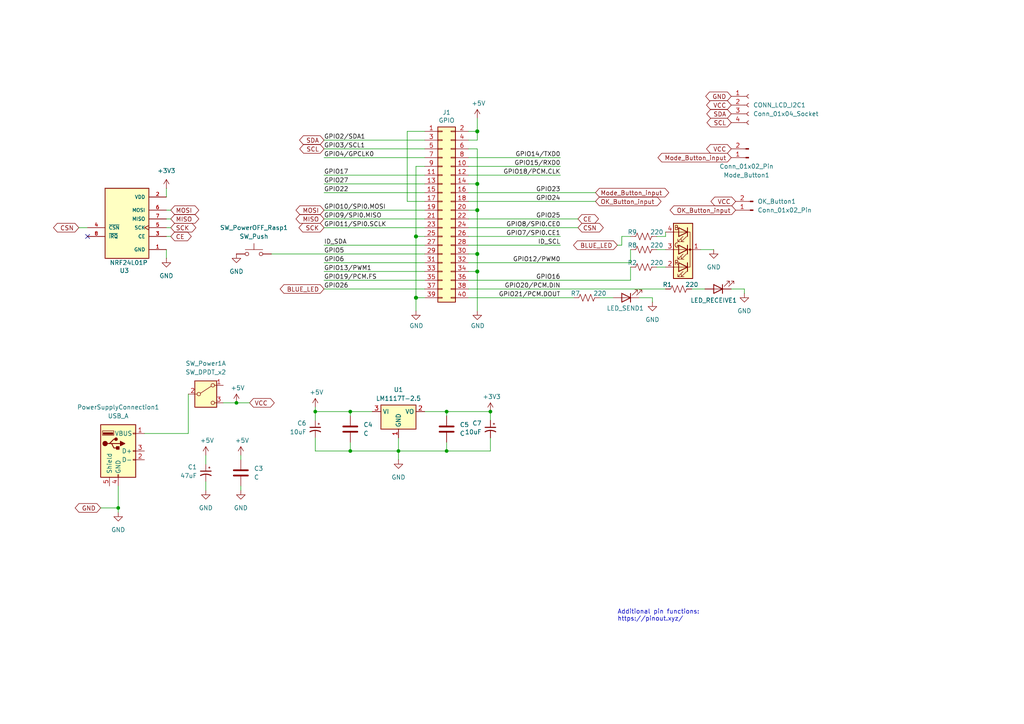
<source format=kicad_sch>
(kicad_sch
	(version 20231120)
	(generator "eeschema")
	(generator_version "8.0")
	(uuid "e63e39d7-6ac0-4ffd-8aa3-1841a4541b55")
	(paper "A4")
	(title_block
		(date "15 nov 2012")
	)
	(lib_symbols
		(symbol "Connector:Conn_01x02_Pin"
			(pin_names
				(offset 1.016) hide)
			(exclude_from_sim no)
			(in_bom yes)
			(on_board yes)
			(property "Reference" "J"
				(at 0 2.54 0)
				(effects
					(font
						(size 1.27 1.27)
					)
				)
			)
			(property "Value" "Conn_01x02_Pin"
				(at 0 -5.08 0)
				(effects
					(font
						(size 1.27 1.27)
					)
				)
			)
			(property "Footprint" ""
				(at 0 0 0)
				(effects
					(font
						(size 1.27 1.27)
					)
					(hide yes)
				)
			)
			(property "Datasheet" "~"
				(at 0 0 0)
				(effects
					(font
						(size 1.27 1.27)
					)
					(hide yes)
				)
			)
			(property "Description" "Generic connector, single row, 01x02, script generated"
				(at 0 0 0)
				(effects
					(font
						(size 1.27 1.27)
					)
					(hide yes)
				)
			)
			(property "ki_locked" ""
				(at 0 0 0)
				(effects
					(font
						(size 1.27 1.27)
					)
				)
			)
			(property "ki_keywords" "connector"
				(at 0 0 0)
				(effects
					(font
						(size 1.27 1.27)
					)
					(hide yes)
				)
			)
			(property "ki_fp_filters" "Connector*:*_1x??_*"
				(at 0 0 0)
				(effects
					(font
						(size 1.27 1.27)
					)
					(hide yes)
				)
			)
			(symbol "Conn_01x02_Pin_1_1"
				(polyline
					(pts
						(xy 1.27 -2.54) (xy 0.8636 -2.54)
					)
					(stroke
						(width 0.1524)
						(type default)
					)
					(fill
						(type none)
					)
				)
				(polyline
					(pts
						(xy 1.27 0) (xy 0.8636 0)
					)
					(stroke
						(width 0.1524)
						(type default)
					)
					(fill
						(type none)
					)
				)
				(rectangle
					(start 0.8636 -2.413)
					(end 0 -2.667)
					(stroke
						(width 0.1524)
						(type default)
					)
					(fill
						(type outline)
					)
				)
				(rectangle
					(start 0.8636 0.127)
					(end 0 -0.127)
					(stroke
						(width 0.1524)
						(type default)
					)
					(fill
						(type outline)
					)
				)
				(pin passive line
					(at 5.08 0 180)
					(length 3.81)
					(name "Pin_1"
						(effects
							(font
								(size 1.27 1.27)
							)
						)
					)
					(number "1"
						(effects
							(font
								(size 1.27 1.27)
							)
						)
					)
				)
				(pin passive line
					(at 5.08 -2.54 180)
					(length 3.81)
					(name "Pin_2"
						(effects
							(font
								(size 1.27 1.27)
							)
						)
					)
					(number "2"
						(effects
							(font
								(size 1.27 1.27)
							)
						)
					)
				)
			)
		)
		(symbol "Connector:Conn_01x04_Socket"
			(pin_names
				(offset 1.016) hide)
			(exclude_from_sim no)
			(in_bom yes)
			(on_board yes)
			(property "Reference" "J"
				(at 0 5.08 0)
				(effects
					(font
						(size 1.27 1.27)
					)
				)
			)
			(property "Value" "Conn_01x04_Socket"
				(at 0 -7.62 0)
				(effects
					(font
						(size 1.27 1.27)
					)
				)
			)
			(property "Footprint" ""
				(at 0 0 0)
				(effects
					(font
						(size 1.27 1.27)
					)
					(hide yes)
				)
			)
			(property "Datasheet" "~"
				(at 0 0 0)
				(effects
					(font
						(size 1.27 1.27)
					)
					(hide yes)
				)
			)
			(property "Description" "Generic connector, single row, 01x04, script generated"
				(at 0 0 0)
				(effects
					(font
						(size 1.27 1.27)
					)
					(hide yes)
				)
			)
			(property "ki_locked" ""
				(at 0 0 0)
				(effects
					(font
						(size 1.27 1.27)
					)
				)
			)
			(property "ki_keywords" "connector"
				(at 0 0 0)
				(effects
					(font
						(size 1.27 1.27)
					)
					(hide yes)
				)
			)
			(property "ki_fp_filters" "Connector*:*_1x??_*"
				(at 0 0 0)
				(effects
					(font
						(size 1.27 1.27)
					)
					(hide yes)
				)
			)
			(symbol "Conn_01x04_Socket_1_1"
				(arc
					(start 0 -4.572)
					(mid -0.5058 -5.08)
					(end 0 -5.588)
					(stroke
						(width 0.1524)
						(type default)
					)
					(fill
						(type none)
					)
				)
				(arc
					(start 0 -2.032)
					(mid -0.5058 -2.54)
					(end 0 -3.048)
					(stroke
						(width 0.1524)
						(type default)
					)
					(fill
						(type none)
					)
				)
				(polyline
					(pts
						(xy -1.27 -5.08) (xy -0.508 -5.08)
					)
					(stroke
						(width 0.1524)
						(type default)
					)
					(fill
						(type none)
					)
				)
				(polyline
					(pts
						(xy -1.27 -2.54) (xy -0.508 -2.54)
					)
					(stroke
						(width 0.1524)
						(type default)
					)
					(fill
						(type none)
					)
				)
				(polyline
					(pts
						(xy -1.27 0) (xy -0.508 0)
					)
					(stroke
						(width 0.1524)
						(type default)
					)
					(fill
						(type none)
					)
				)
				(polyline
					(pts
						(xy -1.27 2.54) (xy -0.508 2.54)
					)
					(stroke
						(width 0.1524)
						(type default)
					)
					(fill
						(type none)
					)
				)
				(arc
					(start 0 0.508)
					(mid -0.5058 0)
					(end 0 -0.508)
					(stroke
						(width 0.1524)
						(type default)
					)
					(fill
						(type none)
					)
				)
				(arc
					(start 0 3.048)
					(mid -0.5058 2.54)
					(end 0 2.032)
					(stroke
						(width 0.1524)
						(type default)
					)
					(fill
						(type none)
					)
				)
				(pin passive line
					(at -5.08 2.54 0)
					(length 3.81)
					(name "Pin_1"
						(effects
							(font
								(size 1.27 1.27)
							)
						)
					)
					(number "1"
						(effects
							(font
								(size 1.27 1.27)
							)
						)
					)
				)
				(pin passive line
					(at -5.08 0 0)
					(length 3.81)
					(name "Pin_2"
						(effects
							(font
								(size 1.27 1.27)
							)
						)
					)
					(number "2"
						(effects
							(font
								(size 1.27 1.27)
							)
						)
					)
				)
				(pin passive line
					(at -5.08 -2.54 0)
					(length 3.81)
					(name "Pin_3"
						(effects
							(font
								(size 1.27 1.27)
							)
						)
					)
					(number "3"
						(effects
							(font
								(size 1.27 1.27)
							)
						)
					)
				)
				(pin passive line
					(at -5.08 -5.08 0)
					(length 3.81)
					(name "Pin_4"
						(effects
							(font
								(size 1.27 1.27)
							)
						)
					)
					(number "4"
						(effects
							(font
								(size 1.27 1.27)
							)
						)
					)
				)
			)
		)
		(symbol "Connector:USB_A"
			(pin_names
				(offset 1.016)
			)
			(exclude_from_sim no)
			(in_bom yes)
			(on_board yes)
			(property "Reference" "J"
				(at -5.08 11.43 0)
				(effects
					(font
						(size 1.27 1.27)
					)
					(justify left)
				)
			)
			(property "Value" "USB_A"
				(at -5.08 8.89 0)
				(effects
					(font
						(size 1.27 1.27)
					)
					(justify left)
				)
			)
			(property "Footprint" ""
				(at 3.81 -1.27 0)
				(effects
					(font
						(size 1.27 1.27)
					)
					(hide yes)
				)
			)
			(property "Datasheet" "~"
				(at 3.81 -1.27 0)
				(effects
					(font
						(size 1.27 1.27)
					)
					(hide yes)
				)
			)
			(property "Description" "USB Type A connector"
				(at 0 0 0)
				(effects
					(font
						(size 1.27 1.27)
					)
					(hide yes)
				)
			)
			(property "ki_keywords" "connector USB"
				(at 0 0 0)
				(effects
					(font
						(size 1.27 1.27)
					)
					(hide yes)
				)
			)
			(property "ki_fp_filters" "USB*"
				(at 0 0 0)
				(effects
					(font
						(size 1.27 1.27)
					)
					(hide yes)
				)
			)
			(symbol "USB_A_0_1"
				(rectangle
					(start -5.08 -7.62)
					(end 5.08 7.62)
					(stroke
						(width 0.254)
						(type default)
					)
					(fill
						(type background)
					)
				)
				(circle
					(center -3.81 2.159)
					(radius 0.635)
					(stroke
						(width 0.254)
						(type default)
					)
					(fill
						(type outline)
					)
				)
				(rectangle
					(start -1.524 4.826)
					(end -4.318 5.334)
					(stroke
						(width 0)
						(type default)
					)
					(fill
						(type outline)
					)
				)
				(rectangle
					(start -1.27 4.572)
					(end -4.572 5.842)
					(stroke
						(width 0)
						(type default)
					)
					(fill
						(type none)
					)
				)
				(circle
					(center -0.635 3.429)
					(radius 0.381)
					(stroke
						(width 0.254)
						(type default)
					)
					(fill
						(type outline)
					)
				)
				(rectangle
					(start -0.127 -7.62)
					(end 0.127 -6.858)
					(stroke
						(width 0)
						(type default)
					)
					(fill
						(type none)
					)
				)
				(polyline
					(pts
						(xy -3.175 2.159) (xy -2.54 2.159) (xy -1.27 3.429) (xy -0.635 3.429)
					)
					(stroke
						(width 0.254)
						(type default)
					)
					(fill
						(type none)
					)
				)
				(polyline
					(pts
						(xy -2.54 2.159) (xy -1.905 2.159) (xy -1.27 0.889) (xy 0 0.889)
					)
					(stroke
						(width 0.254)
						(type default)
					)
					(fill
						(type none)
					)
				)
				(polyline
					(pts
						(xy 0.635 2.794) (xy 0.635 1.524) (xy 1.905 2.159) (xy 0.635 2.794)
					)
					(stroke
						(width 0.254)
						(type default)
					)
					(fill
						(type outline)
					)
				)
				(rectangle
					(start 0.254 1.27)
					(end -0.508 0.508)
					(stroke
						(width 0.254)
						(type default)
					)
					(fill
						(type outline)
					)
				)
				(rectangle
					(start 5.08 -2.667)
					(end 4.318 -2.413)
					(stroke
						(width 0)
						(type default)
					)
					(fill
						(type none)
					)
				)
				(rectangle
					(start 5.08 -0.127)
					(end 4.318 0.127)
					(stroke
						(width 0)
						(type default)
					)
					(fill
						(type none)
					)
				)
				(rectangle
					(start 5.08 4.953)
					(end 4.318 5.207)
					(stroke
						(width 0)
						(type default)
					)
					(fill
						(type none)
					)
				)
			)
			(symbol "USB_A_1_1"
				(polyline
					(pts
						(xy -1.905 2.159) (xy 0.635 2.159)
					)
					(stroke
						(width 0.254)
						(type default)
					)
					(fill
						(type none)
					)
				)
				(pin power_in line
					(at 7.62 5.08 180)
					(length 2.54)
					(name "VBUS"
						(effects
							(font
								(size 1.27 1.27)
							)
						)
					)
					(number "1"
						(effects
							(font
								(size 1.27 1.27)
							)
						)
					)
				)
				(pin bidirectional line
					(at 7.62 -2.54 180)
					(length 2.54)
					(name "D-"
						(effects
							(font
								(size 1.27 1.27)
							)
						)
					)
					(number "2"
						(effects
							(font
								(size 1.27 1.27)
							)
						)
					)
				)
				(pin bidirectional line
					(at 7.62 0 180)
					(length 2.54)
					(name "D+"
						(effects
							(font
								(size 1.27 1.27)
							)
						)
					)
					(number "3"
						(effects
							(font
								(size 1.27 1.27)
							)
						)
					)
				)
				(pin power_in line
					(at 0 -10.16 90)
					(length 2.54)
					(name "GND"
						(effects
							(font
								(size 1.27 1.27)
							)
						)
					)
					(number "4"
						(effects
							(font
								(size 1.27 1.27)
							)
						)
					)
				)
				(pin passive line
					(at -2.54 -10.16 90)
					(length 2.54)
					(name "Shield"
						(effects
							(font
								(size 1.27 1.27)
							)
						)
					)
					(number "5"
						(effects
							(font
								(size 1.27 1.27)
							)
						)
					)
				)
			)
		)
		(symbol "Connector_Generic:Conn_02x20_Odd_Even"
			(pin_names
				(offset 1.016) hide)
			(exclude_from_sim no)
			(in_bom yes)
			(on_board yes)
			(property "Reference" "J"
				(at 1.27 25.4 0)
				(effects
					(font
						(size 1.27 1.27)
					)
				)
			)
			(property "Value" "Conn_02x20_Odd_Even"
				(at 1.27 -27.94 0)
				(effects
					(font
						(size 1.27 1.27)
					)
				)
			)
			(property "Footprint" ""
				(at 0 0 0)
				(effects
					(font
						(size 1.27 1.27)
					)
					(hide yes)
				)
			)
			(property "Datasheet" "~"
				(at 0 0 0)
				(effects
					(font
						(size 1.27 1.27)
					)
					(hide yes)
				)
			)
			(property "Description" "Generic connector, double row, 02x20, odd/even pin numbering scheme (row 1 odd numbers, row 2 even numbers), script generated (kicad-library-utils/schlib/autogen/connector/)"
				(at 0 0 0)
				(effects
					(font
						(size 1.27 1.27)
					)
					(hide yes)
				)
			)
			(property "ki_keywords" "connector"
				(at 0 0 0)
				(effects
					(font
						(size 1.27 1.27)
					)
					(hide yes)
				)
			)
			(property "ki_fp_filters" "Connector*:*_2x??_*"
				(at 0 0 0)
				(effects
					(font
						(size 1.27 1.27)
					)
					(hide yes)
				)
			)
			(symbol "Conn_02x20_Odd_Even_1_1"
				(rectangle
					(start -1.27 -25.273)
					(end 0 -25.527)
					(stroke
						(width 0.1524)
						(type default)
					)
					(fill
						(type none)
					)
				)
				(rectangle
					(start -1.27 -22.733)
					(end 0 -22.987)
					(stroke
						(width 0.1524)
						(type default)
					)
					(fill
						(type none)
					)
				)
				(rectangle
					(start -1.27 -20.193)
					(end 0 -20.447)
					(stroke
						(width 0.1524)
						(type default)
					)
					(fill
						(type none)
					)
				)
				(rectangle
					(start -1.27 -17.653)
					(end 0 -17.907)
					(stroke
						(width 0.1524)
						(type default)
					)
					(fill
						(type none)
					)
				)
				(rectangle
					(start -1.27 -15.113)
					(end 0 -15.367)
					(stroke
						(width 0.1524)
						(type default)
					)
					(fill
						(type none)
					)
				)
				(rectangle
					(start -1.27 -12.573)
					(end 0 -12.827)
					(stroke
						(width 0.1524)
						(type default)
					)
					(fill
						(type none)
					)
				)
				(rectangle
					(start -1.27 -10.033)
					(end 0 -10.287)
					(stroke
						(width 0.1524)
						(type default)
					)
					(fill
						(type none)
					)
				)
				(rectangle
					(start -1.27 -7.493)
					(end 0 -7.747)
					(stroke
						(width 0.1524)
						(type default)
					)
					(fill
						(type none)
					)
				)
				(rectangle
					(start -1.27 -4.953)
					(end 0 -5.207)
					(stroke
						(width 0.1524)
						(type default)
					)
					(fill
						(type none)
					)
				)
				(rectangle
					(start -1.27 -2.413)
					(end 0 -2.667)
					(stroke
						(width 0.1524)
						(type default)
					)
					(fill
						(type none)
					)
				)
				(rectangle
					(start -1.27 0.127)
					(end 0 -0.127)
					(stroke
						(width 0.1524)
						(type default)
					)
					(fill
						(type none)
					)
				)
				(rectangle
					(start -1.27 2.667)
					(end 0 2.413)
					(stroke
						(width 0.1524)
						(type default)
					)
					(fill
						(type none)
					)
				)
				(rectangle
					(start -1.27 5.207)
					(end 0 4.953)
					(stroke
						(width 0.1524)
						(type default)
					)
					(fill
						(type none)
					)
				)
				(rectangle
					(start -1.27 7.747)
					(end 0 7.493)
					(stroke
						(width 0.1524)
						(type default)
					)
					(fill
						(type none)
					)
				)
				(rectangle
					(start -1.27 10.287)
					(end 0 10.033)
					(stroke
						(width 0.1524)
						(type default)
					)
					(fill
						(type none)
					)
				)
				(rectangle
					(start -1.27 12.827)
					(end 0 12.573)
					(stroke
						(width 0.1524)
						(type default)
					)
					(fill
						(type none)
					)
				)
				(rectangle
					(start -1.27 15.367)
					(end 0 15.113)
					(stroke
						(width 0.1524)
						(type default)
					)
					(fill
						(type none)
					)
				)
				(rectangle
					(start -1.27 17.907)
					(end 0 17.653)
					(stroke
						(width 0.1524)
						(type default)
					)
					(fill
						(type none)
					)
				)
				(rectangle
					(start -1.27 20.447)
					(end 0 20.193)
					(stroke
						(width 0.1524)
						(type default)
					)
					(fill
						(type none)
					)
				)
				(rectangle
					(start -1.27 22.987)
					(end 0 22.733)
					(stroke
						(width 0.1524)
						(type default)
					)
					(fill
						(type none)
					)
				)
				(rectangle
					(start -1.27 24.13)
					(end 3.81 -26.67)
					(stroke
						(width 0.254)
						(type default)
					)
					(fill
						(type background)
					)
				)
				(rectangle
					(start 3.81 -25.273)
					(end 2.54 -25.527)
					(stroke
						(width 0.1524)
						(type default)
					)
					(fill
						(type none)
					)
				)
				(rectangle
					(start 3.81 -22.733)
					(end 2.54 -22.987)
					(stroke
						(width 0.1524)
						(type default)
					)
					(fill
						(type none)
					)
				)
				(rectangle
					(start 3.81 -20.193)
					(end 2.54 -20.447)
					(stroke
						(width 0.1524)
						(type default)
					)
					(fill
						(type none)
					)
				)
				(rectangle
					(start 3.81 -17.653)
					(end 2.54 -17.907)
					(stroke
						(width 0.1524)
						(type default)
					)
					(fill
						(type none)
					)
				)
				(rectangle
					(start 3.81 -15.113)
					(end 2.54 -15.367)
					(stroke
						(width 0.1524)
						(type default)
					)
					(fill
						(type none)
					)
				)
				(rectangle
					(start 3.81 -12.573)
					(end 2.54 -12.827)
					(stroke
						(width 0.1524)
						(type default)
					)
					(fill
						(type none)
					)
				)
				(rectangle
					(start 3.81 -10.033)
					(end 2.54 -10.287)
					(stroke
						(width 0.1524)
						(type default)
					)
					(fill
						(type none)
					)
				)
				(rectangle
					(start 3.81 -7.493)
					(end 2.54 -7.747)
					(stroke
						(width 0.1524)
						(type default)
					)
					(fill
						(type none)
					)
				)
				(rectangle
					(start 3.81 -4.953)
					(end 2.54 -5.207)
					(stroke
						(width 0.1524)
						(type default)
					)
					(fill
						(type none)
					)
				)
				(rectangle
					(start 3.81 -2.413)
					(end 2.54 -2.667)
					(stroke
						(width 0.1524)
						(type default)
					)
					(fill
						(type none)
					)
				)
				(rectangle
					(start 3.81 0.127)
					(end 2.54 -0.127)
					(stroke
						(width 0.1524)
						(type default)
					)
					(fill
						(type none)
					)
				)
				(rectangle
					(start 3.81 2.667)
					(end 2.54 2.413)
					(stroke
						(width 0.1524)
						(type default)
					)
					(fill
						(type none)
					)
				)
				(rectangle
					(start 3.81 5.207)
					(end 2.54 4.953)
					(stroke
						(width 0.1524)
						(type default)
					)
					(fill
						(type none)
					)
				)
				(rectangle
					(start 3.81 7.747)
					(end 2.54 7.493)
					(stroke
						(width 0.1524)
						(type default)
					)
					(fill
						(type none)
					)
				)
				(rectangle
					(start 3.81 10.287)
					(end 2.54 10.033)
					(stroke
						(width 0.1524)
						(type default)
					)
					(fill
						(type none)
					)
				)
				(rectangle
					(start 3.81 12.827)
					(end 2.54 12.573)
					(stroke
						(width 0.1524)
						(type default)
					)
					(fill
						(type none)
					)
				)
				(rectangle
					(start 3.81 15.367)
					(end 2.54 15.113)
					(stroke
						(width 0.1524)
						(type default)
					)
					(fill
						(type none)
					)
				)
				(rectangle
					(start 3.81 17.907)
					(end 2.54 17.653)
					(stroke
						(width 0.1524)
						(type default)
					)
					(fill
						(type none)
					)
				)
				(rectangle
					(start 3.81 20.447)
					(end 2.54 20.193)
					(stroke
						(width 0.1524)
						(type default)
					)
					(fill
						(type none)
					)
				)
				(rectangle
					(start 3.81 22.987)
					(end 2.54 22.733)
					(stroke
						(width 0.1524)
						(type default)
					)
					(fill
						(type none)
					)
				)
				(pin passive line
					(at -5.08 22.86 0)
					(length 3.81)
					(name "Pin_1"
						(effects
							(font
								(size 1.27 1.27)
							)
						)
					)
					(number "1"
						(effects
							(font
								(size 1.27 1.27)
							)
						)
					)
				)
				(pin passive line
					(at 7.62 12.7 180)
					(length 3.81)
					(name "Pin_10"
						(effects
							(font
								(size 1.27 1.27)
							)
						)
					)
					(number "10"
						(effects
							(font
								(size 1.27 1.27)
							)
						)
					)
				)
				(pin passive line
					(at -5.08 10.16 0)
					(length 3.81)
					(name "Pin_11"
						(effects
							(font
								(size 1.27 1.27)
							)
						)
					)
					(number "11"
						(effects
							(font
								(size 1.27 1.27)
							)
						)
					)
				)
				(pin passive line
					(at 7.62 10.16 180)
					(length 3.81)
					(name "Pin_12"
						(effects
							(font
								(size 1.27 1.27)
							)
						)
					)
					(number "12"
						(effects
							(font
								(size 1.27 1.27)
							)
						)
					)
				)
				(pin passive line
					(at -5.08 7.62 0)
					(length 3.81)
					(name "Pin_13"
						(effects
							(font
								(size 1.27 1.27)
							)
						)
					)
					(number "13"
						(effects
							(font
								(size 1.27 1.27)
							)
						)
					)
				)
				(pin passive line
					(at 7.62 7.62 180)
					(length 3.81)
					(name "Pin_14"
						(effects
							(font
								(size 1.27 1.27)
							)
						)
					)
					(number "14"
						(effects
							(font
								(size 1.27 1.27)
							)
						)
					)
				)
				(pin passive line
					(at -5.08 5.08 0)
					(length 3.81)
					(name "Pin_15"
						(effects
							(font
								(size 1.27 1.27)
							)
						)
					)
					(number "15"
						(effects
							(font
								(size 1.27 1.27)
							)
						)
					)
				)
				(pin passive line
					(at 7.62 5.08 180)
					(length 3.81)
					(name "Pin_16"
						(effects
							(font
								(size 1.27 1.27)
							)
						)
					)
					(number "16"
						(effects
							(font
								(size 1.27 1.27)
							)
						)
					)
				)
				(pin passive line
					(at -5.08 2.54 0)
					(length 3.81)
					(name "Pin_17"
						(effects
							(font
								(size 1.27 1.27)
							)
						)
					)
					(number "17"
						(effects
							(font
								(size 1.27 1.27)
							)
						)
					)
				)
				(pin passive line
					(at 7.62 2.54 180)
					(length 3.81)
					(name "Pin_18"
						(effects
							(font
								(size 1.27 1.27)
							)
						)
					)
					(number "18"
						(effects
							(font
								(size 1.27 1.27)
							)
						)
					)
				)
				(pin passive line
					(at -5.08 0 0)
					(length 3.81)
					(name "Pin_19"
						(effects
							(font
								(size 1.27 1.27)
							)
						)
					)
					(number "19"
						(effects
							(font
								(size 1.27 1.27)
							)
						)
					)
				)
				(pin passive line
					(at 7.62 22.86 180)
					(length 3.81)
					(name "Pin_2"
						(effects
							(font
								(size 1.27 1.27)
							)
						)
					)
					(number "2"
						(effects
							(font
								(size 1.27 1.27)
							)
						)
					)
				)
				(pin passive line
					(at 7.62 0 180)
					(length 3.81)
					(name "Pin_20"
						(effects
							(font
								(size 1.27 1.27)
							)
						)
					)
					(number "20"
						(effects
							(font
								(size 1.27 1.27)
							)
						)
					)
				)
				(pin passive line
					(at -5.08 -2.54 0)
					(length 3.81)
					(name "Pin_21"
						(effects
							(font
								(size 1.27 1.27)
							)
						)
					)
					(number "21"
						(effects
							(font
								(size 1.27 1.27)
							)
						)
					)
				)
				(pin passive line
					(at 7.62 -2.54 180)
					(length 3.81)
					(name "Pin_22"
						(effects
							(font
								(size 1.27 1.27)
							)
						)
					)
					(number "22"
						(effects
							(font
								(size 1.27 1.27)
							)
						)
					)
				)
				(pin passive line
					(at -5.08 -5.08 0)
					(length 3.81)
					(name "Pin_23"
						(effects
							(font
								(size 1.27 1.27)
							)
						)
					)
					(number "23"
						(effects
							(font
								(size 1.27 1.27)
							)
						)
					)
				)
				(pin passive line
					(at 7.62 -5.08 180)
					(length 3.81)
					(name "Pin_24"
						(effects
							(font
								(size 1.27 1.27)
							)
						)
					)
					(number "24"
						(effects
							(font
								(size 1.27 1.27)
							)
						)
					)
				)
				(pin passive line
					(at -5.08 -7.62 0)
					(length 3.81)
					(name "Pin_25"
						(effects
							(font
								(size 1.27 1.27)
							)
						)
					)
					(number "25"
						(effects
							(font
								(size 1.27 1.27)
							)
						)
					)
				)
				(pin passive line
					(at 7.62 -7.62 180)
					(length 3.81)
					(name "Pin_26"
						(effects
							(font
								(size 1.27 1.27)
							)
						)
					)
					(number "26"
						(effects
							(font
								(size 1.27 1.27)
							)
						)
					)
				)
				(pin passive line
					(at -5.08 -10.16 0)
					(length 3.81)
					(name "Pin_27"
						(effects
							(font
								(size 1.27 1.27)
							)
						)
					)
					(number "27"
						(effects
							(font
								(size 1.27 1.27)
							)
						)
					)
				)
				(pin passive line
					(at 7.62 -10.16 180)
					(length 3.81)
					(name "Pin_28"
						(effects
							(font
								(size 1.27 1.27)
							)
						)
					)
					(number "28"
						(effects
							(font
								(size 1.27 1.27)
							)
						)
					)
				)
				(pin passive line
					(at -5.08 -12.7 0)
					(length 3.81)
					(name "Pin_29"
						(effects
							(font
								(size 1.27 1.27)
							)
						)
					)
					(number "29"
						(effects
							(font
								(size 1.27 1.27)
							)
						)
					)
				)
				(pin passive line
					(at -5.08 20.32 0)
					(length 3.81)
					(name "Pin_3"
						(effects
							(font
								(size 1.27 1.27)
							)
						)
					)
					(number "3"
						(effects
							(font
								(size 1.27 1.27)
							)
						)
					)
				)
				(pin passive line
					(at 7.62 -12.7 180)
					(length 3.81)
					(name "Pin_30"
						(effects
							(font
								(size 1.27 1.27)
							)
						)
					)
					(number "30"
						(effects
							(font
								(size 1.27 1.27)
							)
						)
					)
				)
				(pin passive line
					(at -5.08 -15.24 0)
					(length 3.81)
					(name "Pin_31"
						(effects
							(font
								(size 1.27 1.27)
							)
						)
					)
					(number "31"
						(effects
							(font
								(size 1.27 1.27)
							)
						)
					)
				)
				(pin passive line
					(at 7.62 -15.24 180)
					(length 3.81)
					(name "Pin_32"
						(effects
							(font
								(size 1.27 1.27)
							)
						)
					)
					(number "32"
						(effects
							(font
								(size 1.27 1.27)
							)
						)
					)
				)
				(pin passive line
					(at -5.08 -17.78 0)
					(length 3.81)
					(name "Pin_33"
						(effects
							(font
								(size 1.27 1.27)
							)
						)
					)
					(number "33"
						(effects
							(font
								(size 1.27 1.27)
							)
						)
					)
				)
				(pin passive line
					(at 7.62 -17.78 180)
					(length 3.81)
					(name "Pin_34"
						(effects
							(font
								(size 1.27 1.27)
							)
						)
					)
					(number "34"
						(effects
							(font
								(size 1.27 1.27)
							)
						)
					)
				)
				(pin passive line
					(at -5.08 -20.32 0)
					(length 3.81)
					(name "Pin_35"
						(effects
							(font
								(size 1.27 1.27)
							)
						)
					)
					(number "35"
						(effects
							(font
								(size 1.27 1.27)
							)
						)
					)
				)
				(pin passive line
					(at 7.62 -20.32 180)
					(length 3.81)
					(name "Pin_36"
						(effects
							(font
								(size 1.27 1.27)
							)
						)
					)
					(number "36"
						(effects
							(font
								(size 1.27 1.27)
							)
						)
					)
				)
				(pin passive line
					(at -5.08 -22.86 0)
					(length 3.81)
					(name "Pin_37"
						(effects
							(font
								(size 1.27 1.27)
							)
						)
					)
					(number "37"
						(effects
							(font
								(size 1.27 1.27)
							)
						)
					)
				)
				(pin passive line
					(at 7.62 -22.86 180)
					(length 3.81)
					(name "Pin_38"
						(effects
							(font
								(size 1.27 1.27)
							)
						)
					)
					(number "38"
						(effects
							(font
								(size 1.27 1.27)
							)
						)
					)
				)
				(pin passive line
					(at -5.08 -25.4 0)
					(length 3.81)
					(name "Pin_39"
						(effects
							(font
								(size 1.27 1.27)
							)
						)
					)
					(number "39"
						(effects
							(font
								(size 1.27 1.27)
							)
						)
					)
				)
				(pin passive line
					(at 7.62 20.32 180)
					(length 3.81)
					(name "Pin_4"
						(effects
							(font
								(size 1.27 1.27)
							)
						)
					)
					(number "4"
						(effects
							(font
								(size 1.27 1.27)
							)
						)
					)
				)
				(pin passive line
					(at 7.62 -25.4 180)
					(length 3.81)
					(name "Pin_40"
						(effects
							(font
								(size 1.27 1.27)
							)
						)
					)
					(number "40"
						(effects
							(font
								(size 1.27 1.27)
							)
						)
					)
				)
				(pin passive line
					(at -5.08 17.78 0)
					(length 3.81)
					(name "Pin_5"
						(effects
							(font
								(size 1.27 1.27)
							)
						)
					)
					(number "5"
						(effects
							(font
								(size 1.27 1.27)
							)
						)
					)
				)
				(pin passive line
					(at 7.62 17.78 180)
					(length 3.81)
					(name "Pin_6"
						(effects
							(font
								(size 1.27 1.27)
							)
						)
					)
					(number "6"
						(effects
							(font
								(size 1.27 1.27)
							)
						)
					)
				)
				(pin passive line
					(at -5.08 15.24 0)
					(length 3.81)
					(name "Pin_7"
						(effects
							(font
								(size 1.27 1.27)
							)
						)
					)
					(number "7"
						(effects
							(font
								(size 1.27 1.27)
							)
						)
					)
				)
				(pin passive line
					(at 7.62 15.24 180)
					(length 3.81)
					(name "Pin_8"
						(effects
							(font
								(size 1.27 1.27)
							)
						)
					)
					(number "8"
						(effects
							(font
								(size 1.27 1.27)
							)
						)
					)
				)
				(pin passive line
					(at -5.08 12.7 0)
					(length 3.81)
					(name "Pin_9"
						(effects
							(font
								(size 1.27 1.27)
							)
						)
					)
					(number "9"
						(effects
							(font
								(size 1.27 1.27)
							)
						)
					)
				)
			)
		)
		(symbol "Device:C"
			(pin_numbers hide)
			(pin_names
				(offset 0.254)
			)
			(exclude_from_sim no)
			(in_bom yes)
			(on_board yes)
			(property "Reference" "C"
				(at 0.635 2.54 0)
				(effects
					(font
						(size 1.27 1.27)
					)
					(justify left)
				)
			)
			(property "Value" "C"
				(at 0.635 -2.54 0)
				(effects
					(font
						(size 1.27 1.27)
					)
					(justify left)
				)
			)
			(property "Footprint" ""
				(at 0.9652 -3.81 0)
				(effects
					(font
						(size 1.27 1.27)
					)
					(hide yes)
				)
			)
			(property "Datasheet" "~"
				(at 0 0 0)
				(effects
					(font
						(size 1.27 1.27)
					)
					(hide yes)
				)
			)
			(property "Description" "Unpolarized capacitor"
				(at 0 0 0)
				(effects
					(font
						(size 1.27 1.27)
					)
					(hide yes)
				)
			)
			(property "ki_keywords" "cap capacitor"
				(at 0 0 0)
				(effects
					(font
						(size 1.27 1.27)
					)
					(hide yes)
				)
			)
			(property "ki_fp_filters" "C_*"
				(at 0 0 0)
				(effects
					(font
						(size 1.27 1.27)
					)
					(hide yes)
				)
			)
			(symbol "C_0_1"
				(polyline
					(pts
						(xy -2.032 -0.762) (xy 2.032 -0.762)
					)
					(stroke
						(width 0.508)
						(type default)
					)
					(fill
						(type none)
					)
				)
				(polyline
					(pts
						(xy -2.032 0.762) (xy 2.032 0.762)
					)
					(stroke
						(width 0.508)
						(type default)
					)
					(fill
						(type none)
					)
				)
			)
			(symbol "C_1_1"
				(pin passive line
					(at 0 3.81 270)
					(length 2.794)
					(name "~"
						(effects
							(font
								(size 1.27 1.27)
							)
						)
					)
					(number "1"
						(effects
							(font
								(size 1.27 1.27)
							)
						)
					)
				)
				(pin passive line
					(at 0 -3.81 90)
					(length 2.794)
					(name "~"
						(effects
							(font
								(size 1.27 1.27)
							)
						)
					)
					(number "2"
						(effects
							(font
								(size 1.27 1.27)
							)
						)
					)
				)
			)
		)
		(symbol "Device:C_Polarized_Small_US"
			(pin_numbers hide)
			(pin_names
				(offset 0.254) hide)
			(exclude_from_sim no)
			(in_bom yes)
			(on_board yes)
			(property "Reference" "C"
				(at 0.254 1.778 0)
				(effects
					(font
						(size 1.27 1.27)
					)
					(justify left)
				)
			)
			(property "Value" "C_Polarized_Small_US"
				(at 0.254 -2.032 0)
				(effects
					(font
						(size 1.27 1.27)
					)
					(justify left)
				)
			)
			(property "Footprint" ""
				(at 0 0 0)
				(effects
					(font
						(size 1.27 1.27)
					)
					(hide yes)
				)
			)
			(property "Datasheet" "~"
				(at 0 0 0)
				(effects
					(font
						(size 1.27 1.27)
					)
					(hide yes)
				)
			)
			(property "Description" "Polarized capacitor, small US symbol"
				(at 0 0 0)
				(effects
					(font
						(size 1.27 1.27)
					)
					(hide yes)
				)
			)
			(property "ki_keywords" "cap capacitor"
				(at 0 0 0)
				(effects
					(font
						(size 1.27 1.27)
					)
					(hide yes)
				)
			)
			(property "ki_fp_filters" "CP_*"
				(at 0 0 0)
				(effects
					(font
						(size 1.27 1.27)
					)
					(hide yes)
				)
			)
			(symbol "C_Polarized_Small_US_0_1"
				(polyline
					(pts
						(xy -1.524 0.508) (xy 1.524 0.508)
					)
					(stroke
						(width 0.3048)
						(type default)
					)
					(fill
						(type none)
					)
				)
				(polyline
					(pts
						(xy -1.27 1.524) (xy -0.762 1.524)
					)
					(stroke
						(width 0)
						(type default)
					)
					(fill
						(type none)
					)
				)
				(polyline
					(pts
						(xy -1.016 1.27) (xy -1.016 1.778)
					)
					(stroke
						(width 0)
						(type default)
					)
					(fill
						(type none)
					)
				)
				(arc
					(start 1.524 -0.762)
					(mid 0 -0.3734)
					(end -1.524 -0.762)
					(stroke
						(width 0.3048)
						(type default)
					)
					(fill
						(type none)
					)
				)
			)
			(symbol "C_Polarized_Small_US_1_1"
				(pin passive line
					(at 0 2.54 270)
					(length 2.032)
					(name "~"
						(effects
							(font
								(size 1.27 1.27)
							)
						)
					)
					(number "1"
						(effects
							(font
								(size 1.27 1.27)
							)
						)
					)
				)
				(pin passive line
					(at 0 -2.54 90)
					(length 2.032)
					(name "~"
						(effects
							(font
								(size 1.27 1.27)
							)
						)
					)
					(number "2"
						(effects
							(font
								(size 1.27 1.27)
							)
						)
					)
				)
			)
		)
		(symbol "Device:LED"
			(pin_numbers hide)
			(pin_names
				(offset 1.016) hide)
			(exclude_from_sim no)
			(in_bom yes)
			(on_board yes)
			(property "Reference" "D"
				(at 0 2.54 0)
				(effects
					(font
						(size 1.27 1.27)
					)
				)
			)
			(property "Value" "LED"
				(at 0 -2.54 0)
				(effects
					(font
						(size 1.27 1.27)
					)
				)
			)
			(property "Footprint" ""
				(at 0 0 0)
				(effects
					(font
						(size 1.27 1.27)
					)
					(hide yes)
				)
			)
			(property "Datasheet" "~"
				(at 0 0 0)
				(effects
					(font
						(size 1.27 1.27)
					)
					(hide yes)
				)
			)
			(property "Description" "Light emitting diode"
				(at 0 0 0)
				(effects
					(font
						(size 1.27 1.27)
					)
					(hide yes)
				)
			)
			(property "ki_keywords" "LED diode"
				(at 0 0 0)
				(effects
					(font
						(size 1.27 1.27)
					)
					(hide yes)
				)
			)
			(property "ki_fp_filters" "LED* LED_SMD:* LED_THT:*"
				(at 0 0 0)
				(effects
					(font
						(size 1.27 1.27)
					)
					(hide yes)
				)
			)
			(symbol "LED_0_1"
				(polyline
					(pts
						(xy -1.27 -1.27) (xy -1.27 1.27)
					)
					(stroke
						(width 0.254)
						(type default)
					)
					(fill
						(type none)
					)
				)
				(polyline
					(pts
						(xy -1.27 0) (xy 1.27 0)
					)
					(stroke
						(width 0)
						(type default)
					)
					(fill
						(type none)
					)
				)
				(polyline
					(pts
						(xy 1.27 -1.27) (xy 1.27 1.27) (xy -1.27 0) (xy 1.27 -1.27)
					)
					(stroke
						(width 0.254)
						(type default)
					)
					(fill
						(type none)
					)
				)
				(polyline
					(pts
						(xy -3.048 -0.762) (xy -4.572 -2.286) (xy -3.81 -2.286) (xy -4.572 -2.286) (xy -4.572 -1.524)
					)
					(stroke
						(width 0)
						(type default)
					)
					(fill
						(type none)
					)
				)
				(polyline
					(pts
						(xy -1.778 -0.762) (xy -3.302 -2.286) (xy -2.54 -2.286) (xy -3.302 -2.286) (xy -3.302 -1.524)
					)
					(stroke
						(width 0)
						(type default)
					)
					(fill
						(type none)
					)
				)
			)
			(symbol "LED_1_1"
				(pin passive line
					(at -3.81 0 0)
					(length 2.54)
					(name "K"
						(effects
							(font
								(size 1.27 1.27)
							)
						)
					)
					(number "1"
						(effects
							(font
								(size 1.27 1.27)
							)
						)
					)
				)
				(pin passive line
					(at 3.81 0 180)
					(length 2.54)
					(name "A"
						(effects
							(font
								(size 1.27 1.27)
							)
						)
					)
					(number "2"
						(effects
							(font
								(size 1.27 1.27)
							)
						)
					)
				)
			)
		)
		(symbol "Device:LED_KRGB"
			(pin_names
				(offset 0) hide)
			(exclude_from_sim no)
			(in_bom yes)
			(on_board yes)
			(property "Reference" "D"
				(at 0 9.398 0)
				(effects
					(font
						(size 1.27 1.27)
					)
				)
			)
			(property "Value" "LED_KRGB"
				(at 0 -8.89 0)
				(effects
					(font
						(size 1.27 1.27)
					)
				)
			)
			(property "Footprint" ""
				(at 0 -1.27 0)
				(effects
					(font
						(size 1.27 1.27)
					)
					(hide yes)
				)
			)
			(property "Datasheet" "~"
				(at 0 -1.27 0)
				(effects
					(font
						(size 1.27 1.27)
					)
					(hide yes)
				)
			)
			(property "Description" "RGB LED, cathode/red/green/blue"
				(at 0 0 0)
				(effects
					(font
						(size 1.27 1.27)
					)
					(hide yes)
				)
			)
			(property "ki_keywords" "LED RGB diode"
				(at 0 0 0)
				(effects
					(font
						(size 1.27 1.27)
					)
					(hide yes)
				)
			)
			(property "ki_fp_filters" "LED* LED_SMD:* LED_THT:*"
				(at 0 0 0)
				(effects
					(font
						(size 1.27 1.27)
					)
					(hide yes)
				)
			)
			(symbol "LED_KRGB_0_0"
				(text "B"
					(at 1.905 -6.35 0)
					(effects
						(font
							(size 1.27 1.27)
						)
					)
				)
				(text "G"
					(at 1.905 -1.27 0)
					(effects
						(font
							(size 1.27 1.27)
						)
					)
				)
				(text "R"
					(at 1.905 3.81 0)
					(effects
						(font
							(size 1.27 1.27)
						)
					)
				)
			)
			(symbol "LED_KRGB_0_1"
				(circle
					(center -2.032 0)
					(radius 0.254)
					(stroke
						(width 0)
						(type default)
					)
					(fill
						(type outline)
					)
				)
				(polyline
					(pts
						(xy -1.27 -5.08) (xy 1.27 -5.08)
					)
					(stroke
						(width 0)
						(type default)
					)
					(fill
						(type none)
					)
				)
				(polyline
					(pts
						(xy -1.27 -3.81) (xy -1.27 -6.35)
					)
					(stroke
						(width 0.254)
						(type default)
					)
					(fill
						(type none)
					)
				)
				(polyline
					(pts
						(xy -1.27 0) (xy -2.54 0)
					)
					(stroke
						(width 0)
						(type default)
					)
					(fill
						(type none)
					)
				)
				(polyline
					(pts
						(xy -1.27 1.27) (xy -1.27 -1.27)
					)
					(stroke
						(width 0.254)
						(type default)
					)
					(fill
						(type none)
					)
				)
				(polyline
					(pts
						(xy -1.27 5.08) (xy 1.27 5.08)
					)
					(stroke
						(width 0)
						(type default)
					)
					(fill
						(type none)
					)
				)
				(polyline
					(pts
						(xy -1.27 6.35) (xy -1.27 3.81)
					)
					(stroke
						(width 0.254)
						(type default)
					)
					(fill
						(type none)
					)
				)
				(polyline
					(pts
						(xy 1.27 -5.08) (xy 2.54 -5.08)
					)
					(stroke
						(width 0)
						(type default)
					)
					(fill
						(type none)
					)
				)
				(polyline
					(pts
						(xy 1.27 0) (xy -1.27 0)
					)
					(stroke
						(width 0)
						(type default)
					)
					(fill
						(type none)
					)
				)
				(polyline
					(pts
						(xy 1.27 0) (xy 2.54 0)
					)
					(stroke
						(width 0)
						(type default)
					)
					(fill
						(type none)
					)
				)
				(polyline
					(pts
						(xy 1.27 5.08) (xy 2.54 5.08)
					)
					(stroke
						(width 0)
						(type default)
					)
					(fill
						(type none)
					)
				)
				(polyline
					(pts
						(xy -1.27 1.27) (xy -1.27 -1.27) (xy -1.27 -1.27)
					)
					(stroke
						(width 0)
						(type default)
					)
					(fill
						(type none)
					)
				)
				(polyline
					(pts
						(xy -1.27 6.35) (xy -1.27 3.81) (xy -1.27 3.81)
					)
					(stroke
						(width 0)
						(type default)
					)
					(fill
						(type none)
					)
				)
				(polyline
					(pts
						(xy -1.27 5.08) (xy -2.032 5.08) (xy -2.032 -5.08) (xy -1.016 -5.08)
					)
					(stroke
						(width 0)
						(type default)
					)
					(fill
						(type none)
					)
				)
				(polyline
					(pts
						(xy 1.27 -3.81) (xy 1.27 -6.35) (xy -1.27 -5.08) (xy 1.27 -3.81)
					)
					(stroke
						(width 0.254)
						(type default)
					)
					(fill
						(type none)
					)
				)
				(polyline
					(pts
						(xy 1.27 1.27) (xy 1.27 -1.27) (xy -1.27 0) (xy 1.27 1.27)
					)
					(stroke
						(width 0.254)
						(type default)
					)
					(fill
						(type none)
					)
				)
				(polyline
					(pts
						(xy 1.27 6.35) (xy 1.27 3.81) (xy -1.27 5.08) (xy 1.27 6.35)
					)
					(stroke
						(width 0.254)
						(type default)
					)
					(fill
						(type none)
					)
				)
				(polyline
					(pts
						(xy -1.016 -3.81) (xy 0.508 -2.286) (xy -0.254 -2.286) (xy 0.508 -2.286) (xy 0.508 -3.048)
					)
					(stroke
						(width 0)
						(type default)
					)
					(fill
						(type none)
					)
				)
				(polyline
					(pts
						(xy -1.016 1.27) (xy 0.508 2.794) (xy -0.254 2.794) (xy 0.508 2.794) (xy 0.508 2.032)
					)
					(stroke
						(width 0)
						(type default)
					)
					(fill
						(type none)
					)
				)
				(polyline
					(pts
						(xy -1.016 6.35) (xy 0.508 7.874) (xy -0.254 7.874) (xy 0.508 7.874) (xy 0.508 7.112)
					)
					(stroke
						(width 0)
						(type default)
					)
					(fill
						(type none)
					)
				)
				(polyline
					(pts
						(xy 0 -3.81) (xy 1.524 -2.286) (xy 0.762 -2.286) (xy 1.524 -2.286) (xy 1.524 -3.048)
					)
					(stroke
						(width 0)
						(type default)
					)
					(fill
						(type none)
					)
				)
				(polyline
					(pts
						(xy 0 1.27) (xy 1.524 2.794) (xy 0.762 2.794) (xy 1.524 2.794) (xy 1.524 2.032)
					)
					(stroke
						(width 0)
						(type default)
					)
					(fill
						(type none)
					)
				)
				(polyline
					(pts
						(xy 0 6.35) (xy 1.524 7.874) (xy 0.762 7.874) (xy 1.524 7.874) (xy 1.524 7.112)
					)
					(stroke
						(width 0)
						(type default)
					)
					(fill
						(type none)
					)
				)
				(rectangle
					(start 1.27 -1.27)
					(end 1.27 1.27)
					(stroke
						(width 0)
						(type default)
					)
					(fill
						(type none)
					)
				)
				(rectangle
					(start 1.27 1.27)
					(end 1.27 1.27)
					(stroke
						(width 0)
						(type default)
					)
					(fill
						(type none)
					)
				)
				(rectangle
					(start 1.27 3.81)
					(end 1.27 6.35)
					(stroke
						(width 0)
						(type default)
					)
					(fill
						(type none)
					)
				)
				(rectangle
					(start 1.27 6.35)
					(end 1.27 6.35)
					(stroke
						(width 0)
						(type default)
					)
					(fill
						(type none)
					)
				)
				(rectangle
					(start 2.794 8.382)
					(end -2.794 -7.62)
					(stroke
						(width 0.254)
						(type default)
					)
					(fill
						(type background)
					)
				)
			)
			(symbol "LED_KRGB_1_1"
				(pin passive line
					(at -5.08 0 0)
					(length 2.54)
					(name "K"
						(effects
							(font
								(size 1.27 1.27)
							)
						)
					)
					(number "1"
						(effects
							(font
								(size 1.27 1.27)
							)
						)
					)
				)
				(pin passive line
					(at 5.08 5.08 180)
					(length 2.54)
					(name "RA"
						(effects
							(font
								(size 1.27 1.27)
							)
						)
					)
					(number "2"
						(effects
							(font
								(size 1.27 1.27)
							)
						)
					)
				)
				(pin passive line
					(at 5.08 0 180)
					(length 2.54)
					(name "GA"
						(effects
							(font
								(size 1.27 1.27)
							)
						)
					)
					(number "3"
						(effects
							(font
								(size 1.27 1.27)
							)
						)
					)
				)
				(pin passive line
					(at 5.08 -5.08 180)
					(length 2.54)
					(name "BA"
						(effects
							(font
								(size 1.27 1.27)
							)
						)
					)
					(number "4"
						(effects
							(font
								(size 1.27 1.27)
							)
						)
					)
				)
			)
		)
		(symbol "Device:R_US"
			(pin_numbers hide)
			(pin_names
				(offset 0)
			)
			(exclude_from_sim no)
			(in_bom yes)
			(on_board yes)
			(property "Reference" "R"
				(at 2.54 0 90)
				(effects
					(font
						(size 1.27 1.27)
					)
				)
			)
			(property "Value" "R_US"
				(at -2.54 0 90)
				(effects
					(font
						(size 1.27 1.27)
					)
				)
			)
			(property "Footprint" ""
				(at 1.016 -0.254 90)
				(effects
					(font
						(size 1.27 1.27)
					)
					(hide yes)
				)
			)
			(property "Datasheet" "~"
				(at 0 0 0)
				(effects
					(font
						(size 1.27 1.27)
					)
					(hide yes)
				)
			)
			(property "Description" "Resistor, US symbol"
				(at 0 0 0)
				(effects
					(font
						(size 1.27 1.27)
					)
					(hide yes)
				)
			)
			(property "ki_keywords" "R res resistor"
				(at 0 0 0)
				(effects
					(font
						(size 1.27 1.27)
					)
					(hide yes)
				)
			)
			(property "ki_fp_filters" "R_*"
				(at 0 0 0)
				(effects
					(font
						(size 1.27 1.27)
					)
					(hide yes)
				)
			)
			(symbol "R_US_0_1"
				(polyline
					(pts
						(xy 0 -2.286) (xy 0 -2.54)
					)
					(stroke
						(width 0)
						(type default)
					)
					(fill
						(type none)
					)
				)
				(polyline
					(pts
						(xy 0 2.286) (xy 0 2.54)
					)
					(stroke
						(width 0)
						(type default)
					)
					(fill
						(type none)
					)
				)
				(polyline
					(pts
						(xy 0 -0.762) (xy 1.016 -1.143) (xy 0 -1.524) (xy -1.016 -1.905) (xy 0 -2.286)
					)
					(stroke
						(width 0)
						(type default)
					)
					(fill
						(type none)
					)
				)
				(polyline
					(pts
						(xy 0 0.762) (xy 1.016 0.381) (xy 0 0) (xy -1.016 -0.381) (xy 0 -0.762)
					)
					(stroke
						(width 0)
						(type default)
					)
					(fill
						(type none)
					)
				)
				(polyline
					(pts
						(xy 0 2.286) (xy 1.016 1.905) (xy 0 1.524) (xy -1.016 1.143) (xy 0 0.762)
					)
					(stroke
						(width 0)
						(type default)
					)
					(fill
						(type none)
					)
				)
			)
			(symbol "R_US_1_1"
				(pin passive line
					(at 0 3.81 270)
					(length 1.27)
					(name "~"
						(effects
							(font
								(size 1.27 1.27)
							)
						)
					)
					(number "1"
						(effects
							(font
								(size 1.27 1.27)
							)
						)
					)
				)
				(pin passive line
					(at 0 -3.81 90)
					(length 1.27)
					(name "~"
						(effects
							(font
								(size 1.27 1.27)
							)
						)
					)
					(number "2"
						(effects
							(font
								(size 1.27 1.27)
							)
						)
					)
				)
			)
		)
		(symbol "GND_1"
			(power)
			(pin_numbers hide)
			(pin_names
				(offset 0) hide)
			(exclude_from_sim no)
			(in_bom yes)
			(on_board yes)
			(property "Reference" "#PWR"
				(at 0 -6.35 0)
				(effects
					(font
						(size 1.27 1.27)
					)
					(hide yes)
				)
			)
			(property "Value" "GND"
				(at 0 -3.81 0)
				(effects
					(font
						(size 1.27 1.27)
					)
				)
			)
			(property "Footprint" ""
				(at 0 0 0)
				(effects
					(font
						(size 1.27 1.27)
					)
					(hide yes)
				)
			)
			(property "Datasheet" ""
				(at 0 0 0)
				(effects
					(font
						(size 1.27 1.27)
					)
					(hide yes)
				)
			)
			(property "Description" "Power symbol creates a global label with name \"GND\" , ground"
				(at 0 0 0)
				(effects
					(font
						(size 1.27 1.27)
					)
					(hide yes)
				)
			)
			(property "ki_keywords" "global power"
				(at 0 0 0)
				(effects
					(font
						(size 1.27 1.27)
					)
					(hide yes)
				)
			)
			(symbol "GND_1_0_1"
				(polyline
					(pts
						(xy 0 0) (xy 0 -1.27) (xy 1.27 -1.27) (xy 0 -2.54) (xy -1.27 -1.27) (xy 0 -1.27)
					)
					(stroke
						(width 0)
						(type default)
					)
					(fill
						(type none)
					)
				)
			)
			(symbol "GND_1_1_1"
				(pin power_in line
					(at 0 0 270)
					(length 0)
					(name "~"
						(effects
							(font
								(size 1.27 1.27)
							)
						)
					)
					(number "1"
						(effects
							(font
								(size 1.27 1.27)
							)
						)
					)
				)
			)
		)
		(symbol "NRF24L01P-MODULE-PCB_1"
			(pin_names
				(offset 1.016)
			)
			(exclude_from_sim no)
			(in_bom yes)
			(on_board yes)
			(property "Reference" "U3"
				(at 3.048 14.986 0)
				(effects
					(font
						(size 1.27 1.27)
					)
				)
			)
			(property "Value" "NRF24L01P"
				(at 4.318 12.7 0)
				(effects
					(font
						(size 1.27 1.27)
					)
				)
			)
			(property "Footprint" ""
				(at -10.16 3.81 0)
				(effects
					(font
						(size 1.27 1.27)
					)
					(justify bottom)
					(hide yes)
				)
			)
			(property "Datasheet" ""
				(at 0 0 0)
				(effects
					(font
						(size 1.27 1.27)
					)
					(hide yes)
				)
			)
			(property "Description" ""
				(at 0 0 0)
				(effects
					(font
						(size 1.27 1.27)
					)
					(hide yes)
				)
			)
			(property "MF" ""
				(at 0 0 0)
				(effects
					(font
						(size 1.27 1.27)
					)
					(justify bottom)
					(hide yes)
				)
			)
			(property "MAXIMUM_PACKAGE_HEIGHT" ""
				(at 0 0 0)
				(effects
					(font
						(size 1.27 1.27)
					)
					(justify bottom)
					(hide yes)
				)
			)
			(property "Package" ""
				(at 0 0 0)
				(effects
					(font
						(size 1.27 1.27)
					)
					(justify bottom)
					(hide yes)
				)
			)
			(property "Price" ""
				(at 0 0 0)
				(effects
					(font
						(size 1.27 1.27)
					)
					(justify bottom)
					(hide yes)
				)
			)
			(property "Check_prices" ""
				(at 0 0 0)
				(effects
					(font
						(size 1.27 1.27)
					)
					(justify bottom)
					(hide yes)
				)
			)
			(property "STANDARD" ""
				(at 0 0 0)
				(effects
					(font
						(size 1.27 1.27)
					)
					(justify bottom)
					(hide yes)
				)
			)
			(property "PARTREV" ""
				(at 0 0 0)
				(effects
					(font
						(size 1.27 1.27)
					)
					(justify bottom)
					(hide yes)
				)
			)
			(property "SnapEDA_Link" ""
				(at -10.16 3.81 0)
				(effects
					(font
						(size 1.27 1.27)
					)
					(justify bottom)
					(hide yes)
				)
			)
			(property "MP" ""
				(at 0 0 0)
				(effects
					(font
						(size 1.27 1.27)
					)
					(justify bottom)
					(hide yes)
				)
			)
			(property "Description_1" "nRF24L01 Evaluation Board"
				(at 4.572 -11.176 0)
				(effects
					(font
						(size 1.27 1.27)
					)
					(justify bottom)
					(hide yes)
				)
			)
			(property "Availability" ""
				(at 0 0 0)
				(effects
					(font
						(size 1.27 1.27)
					)
					(justify bottom)
					(hide yes)
				)
			)
			(property "MANUFACTURER" ""
				(at 0 0 0)
				(effects
					(font
						(size 1.27 1.27)
					)
					(justify bottom)
					(hide yes)
				)
			)
			(symbol "NRF24L01P-MODULE-PCB_1_0_0"
				(rectangle
					(start -2.54 11.43)
					(end 10.16 -8.89)
					(stroke
						(width 0.254)
						(type default)
					)
					(fill
						(type background)
					)
				)
				(pin power_in line
					(at 15.24 8.89 180)
					(length 5.08)
					(name "GND"
						(effects
							(font
								(size 1.016 1.016)
							)
						)
					)
					(number "1"
						(effects
							(font
								(size 1.016 1.016)
							)
						)
					)
				)
				(pin power_in line
					(at 15.24 -6.35 180)
					(length 5.08)
					(name "VDD"
						(effects
							(font
								(size 1.016 1.016)
							)
						)
					)
					(number "2"
						(effects
							(font
								(size 1.016 1.016)
							)
						)
					)
				)
				(pin input line
					(at 15.24 5.08 180)
					(length 5.08)
					(name "CE"
						(effects
							(font
								(size 1.016 1.016)
							)
						)
					)
					(number "3"
						(effects
							(font
								(size 1.016 1.016)
							)
						)
					)
				)
				(pin input line
					(at -7.62 2.54 0)
					(length 5.08)
					(name "~{CSN}"
						(effects
							(font
								(size 1.016 1.016)
							)
						)
					)
					(number "4"
						(effects
							(font
								(size 1.016 1.016)
							)
						)
					)
				)
				(pin input clock
					(at 15.24 2.54 180)
					(length 5.08)
					(name "SCK"
						(effects
							(font
								(size 1.016 1.016)
							)
						)
					)
					(number "5"
						(effects
							(font
								(size 1.016 1.016)
							)
						)
					)
				)
				(pin input line
					(at 15.24 -2.54 180)
					(length 5.08)
					(name "MOSI"
						(effects
							(font
								(size 1.016 1.016)
							)
						)
					)
					(number "6"
						(effects
							(font
								(size 1.016 1.016)
							)
						)
					)
				)
				(pin input line
					(at 15.24 0 180)
					(length 5.08)
					(name "MISO"
						(effects
							(font
								(size 1.016 1.016)
							)
						)
					)
					(number "7"
						(effects
							(font
								(size 1.016 1.016)
							)
						)
					)
				)
				(pin input line
					(at -7.62 5.08 0)
					(length 5.08)
					(name "~{IRQ}"
						(effects
							(font
								(size 1.016 1.016)
							)
						)
					)
					(number "8"
						(effects
							(font
								(size 1.016 1.016)
							)
						)
					)
				)
			)
		)
		(symbol "Regulator_Linear:LM1117T-2.5"
			(exclude_from_sim no)
			(in_bom yes)
			(on_board yes)
			(property "Reference" "U"
				(at -3.81 3.175 0)
				(effects
					(font
						(size 1.27 1.27)
					)
				)
			)
			(property "Value" "LM1117T-2.5"
				(at 0 3.175 0)
				(effects
					(font
						(size 1.27 1.27)
					)
					(justify left)
				)
			)
			(property "Footprint" "Package_TO_SOT_THT:TO-220-3_Horizontal_TabDown"
				(at 0 0 0)
				(effects
					(font
						(size 1.27 1.27)
					)
					(hide yes)
				)
			)
			(property "Datasheet" "http://www.ti.com/lit/ds/symlink/lm1117.pdf"
				(at 0 0 0)
				(effects
					(font
						(size 1.27 1.27)
					)
					(hide yes)
				)
			)
			(property "Description" "800mA Low-Dropout Linear Regulator, 2.5V fixed output, TO-220"
				(at 0 0 0)
				(effects
					(font
						(size 1.27 1.27)
					)
					(hide yes)
				)
			)
			(property "ki_keywords" "linear regulator ldo fixed positive"
				(at 0 0 0)
				(effects
					(font
						(size 1.27 1.27)
					)
					(hide yes)
				)
			)
			(property "ki_fp_filters" "TO?220*"
				(at 0 0 0)
				(effects
					(font
						(size 1.27 1.27)
					)
					(hide yes)
				)
			)
			(symbol "LM1117T-2.5_0_1"
				(rectangle
					(start -5.08 -5.08)
					(end 5.08 1.905)
					(stroke
						(width 0.254)
						(type default)
					)
					(fill
						(type background)
					)
				)
			)
			(symbol "LM1117T-2.5_1_1"
				(pin power_in line
					(at 0 -7.62 90)
					(length 2.54)
					(name "GND"
						(effects
							(font
								(size 1.27 1.27)
							)
						)
					)
					(number "1"
						(effects
							(font
								(size 1.27 1.27)
							)
						)
					)
				)
				(pin power_out line
					(at 7.62 0 180)
					(length 2.54)
					(name "VO"
						(effects
							(font
								(size 1.27 1.27)
							)
						)
					)
					(number "2"
						(effects
							(font
								(size 1.27 1.27)
							)
						)
					)
				)
				(pin power_in line
					(at -7.62 0 0)
					(length 2.54)
					(name "VI"
						(effects
							(font
								(size 1.27 1.27)
							)
						)
					)
					(number "3"
						(effects
							(font
								(size 1.27 1.27)
							)
						)
					)
				)
			)
		)
		(symbol "Switch:SW_DPDT_x2"
			(pin_names
				(offset 0) hide)
			(exclude_from_sim no)
			(in_bom yes)
			(on_board yes)
			(property "Reference" "SW"
				(at 0 5.08 0)
				(effects
					(font
						(size 1.27 1.27)
					)
				)
			)
			(property "Value" "SW_DPDT_x2"
				(at 0 -5.08 0)
				(effects
					(font
						(size 1.27 1.27)
					)
				)
			)
			(property "Footprint" ""
				(at 0 0 0)
				(effects
					(font
						(size 1.27 1.27)
					)
					(hide yes)
				)
			)
			(property "Datasheet" "~"
				(at 0 0 0)
				(effects
					(font
						(size 1.27 1.27)
					)
					(hide yes)
				)
			)
			(property "Description" "Switch, dual pole double throw, separate symbols"
				(at 0 0 0)
				(effects
					(font
						(size 1.27 1.27)
					)
					(hide yes)
				)
			)
			(property "ki_keywords" "switch dual-pole double-throw DPDT spdt ON-ON"
				(at 0 0 0)
				(effects
					(font
						(size 1.27 1.27)
					)
					(hide yes)
				)
			)
			(property "ki_fp_filters" "SW*DPDT*"
				(at 0 0 0)
				(effects
					(font
						(size 1.27 1.27)
					)
					(hide yes)
				)
			)
			(symbol "SW_DPDT_x2_0_0"
				(circle
					(center -2.032 0)
					(radius 0.508)
					(stroke
						(width 0)
						(type default)
					)
					(fill
						(type none)
					)
				)
				(circle
					(center 2.032 -2.54)
					(radius 0.508)
					(stroke
						(width 0)
						(type default)
					)
					(fill
						(type none)
					)
				)
			)
			(symbol "SW_DPDT_x2_0_1"
				(rectangle
					(start -3.175 3.81)
					(end 3.175 -3.81)
					(stroke
						(width 0.254)
						(type default)
					)
					(fill
						(type background)
					)
				)
				(polyline
					(pts
						(xy -1.524 0.254) (xy 1.5748 2.286)
					)
					(stroke
						(width 0)
						(type default)
					)
					(fill
						(type none)
					)
				)
				(circle
					(center 2.032 2.54)
					(radius 0.508)
					(stroke
						(width 0)
						(type default)
					)
					(fill
						(type none)
					)
				)
			)
			(symbol "SW_DPDT_x2_1_1"
				(pin passive line
					(at 5.08 2.54 180)
					(length 2.54)
					(name "A"
						(effects
							(font
								(size 1.27 1.27)
							)
						)
					)
					(number "1"
						(effects
							(font
								(size 1.27 1.27)
							)
						)
					)
				)
				(pin passive line
					(at -5.08 0 0)
					(length 2.54)
					(name "B"
						(effects
							(font
								(size 1.27 1.27)
							)
						)
					)
					(number "2"
						(effects
							(font
								(size 1.27 1.27)
							)
						)
					)
				)
				(pin passive line
					(at 5.08 -2.54 180)
					(length 2.54)
					(name "C"
						(effects
							(font
								(size 1.27 1.27)
							)
						)
					)
					(number "3"
						(effects
							(font
								(size 1.27 1.27)
							)
						)
					)
				)
			)
			(symbol "SW_DPDT_x2_2_1"
				(pin passive line
					(at 5.08 2.54 180)
					(length 2.54)
					(name "A"
						(effects
							(font
								(size 1.27 1.27)
							)
						)
					)
					(number "4"
						(effects
							(font
								(size 1.27 1.27)
							)
						)
					)
				)
				(pin passive line
					(at -5.08 0 0)
					(length 2.54)
					(name "B"
						(effects
							(font
								(size 1.27 1.27)
							)
						)
					)
					(number "5"
						(effects
							(font
								(size 1.27 1.27)
							)
						)
					)
				)
				(pin passive line
					(at 5.08 -2.54 180)
					(length 2.54)
					(name "C"
						(effects
							(font
								(size 1.27 1.27)
							)
						)
					)
					(number "6"
						(effects
							(font
								(size 1.27 1.27)
							)
						)
					)
				)
			)
		)
		(symbol "Switch:SW_Push"
			(pin_numbers hide)
			(pin_names
				(offset 1.016) hide)
			(exclude_from_sim no)
			(in_bom yes)
			(on_board yes)
			(property "Reference" "SW"
				(at 1.27 2.54 0)
				(effects
					(font
						(size 1.27 1.27)
					)
					(justify left)
				)
			)
			(property "Value" "SW_Push"
				(at 0 -1.524 0)
				(effects
					(font
						(size 1.27 1.27)
					)
				)
			)
			(property "Footprint" ""
				(at 0 5.08 0)
				(effects
					(font
						(size 1.27 1.27)
					)
					(hide yes)
				)
			)
			(property "Datasheet" "~"
				(at 0 5.08 0)
				(effects
					(font
						(size 1.27 1.27)
					)
					(hide yes)
				)
			)
			(property "Description" "Push button switch, generic, two pins"
				(at 0 0 0)
				(effects
					(font
						(size 1.27 1.27)
					)
					(hide yes)
				)
			)
			(property "ki_keywords" "switch normally-open pushbutton push-button"
				(at 0 0 0)
				(effects
					(font
						(size 1.27 1.27)
					)
					(hide yes)
				)
			)
			(symbol "SW_Push_0_1"
				(circle
					(center -2.032 0)
					(radius 0.508)
					(stroke
						(width 0)
						(type default)
					)
					(fill
						(type none)
					)
				)
				(polyline
					(pts
						(xy 0 1.27) (xy 0 3.048)
					)
					(stroke
						(width 0)
						(type default)
					)
					(fill
						(type none)
					)
				)
				(polyline
					(pts
						(xy 2.54 1.27) (xy -2.54 1.27)
					)
					(stroke
						(width 0)
						(type default)
					)
					(fill
						(type none)
					)
				)
				(circle
					(center 2.032 0)
					(radius 0.508)
					(stroke
						(width 0)
						(type default)
					)
					(fill
						(type none)
					)
				)
				(pin passive line
					(at -5.08 0 0)
					(length 2.54)
					(name "1"
						(effects
							(font
								(size 1.27 1.27)
							)
						)
					)
					(number "1"
						(effects
							(font
								(size 1.27 1.27)
							)
						)
					)
				)
				(pin passive line
					(at 5.08 0 180)
					(length 2.54)
					(name "2"
						(effects
							(font
								(size 1.27 1.27)
							)
						)
					)
					(number "2"
						(effects
							(font
								(size 1.27 1.27)
							)
						)
					)
				)
			)
		)
		(symbol "power:+3.3V"
			(power)
			(pin_names
				(offset 0)
			)
			(exclude_from_sim no)
			(in_bom yes)
			(on_board yes)
			(property "Reference" "#PWR"
				(at 0 -3.81 0)
				(effects
					(font
						(size 1.27 1.27)
					)
					(hide yes)
				)
			)
			(property "Value" "+3.3V"
				(at 0 3.556 0)
				(effects
					(font
						(size 1.27 1.27)
					)
				)
			)
			(property "Footprint" ""
				(at 0 0 0)
				(effects
					(font
						(size 1.27 1.27)
					)
					(hide yes)
				)
			)
			(property "Datasheet" ""
				(at 0 0 0)
				(effects
					(font
						(size 1.27 1.27)
					)
					(hide yes)
				)
			)
			(property "Description" "Power symbol creates a global label with name \"+3.3V\""
				(at 0 0 0)
				(effects
					(font
						(size 1.27 1.27)
					)
					(hide yes)
				)
			)
			(property "ki_keywords" "power-flag"
				(at 0 0 0)
				(effects
					(font
						(size 1.27 1.27)
					)
					(hide yes)
				)
			)
			(symbol "+3.3V_0_1"
				(polyline
					(pts
						(xy -0.762 1.27) (xy 0 2.54)
					)
					(stroke
						(width 0)
						(type default)
					)
					(fill
						(type none)
					)
				)
				(polyline
					(pts
						(xy 0 0) (xy 0 2.54)
					)
					(stroke
						(width 0)
						(type default)
					)
					(fill
						(type none)
					)
				)
				(polyline
					(pts
						(xy 0 2.54) (xy 0.762 1.27)
					)
					(stroke
						(width 0)
						(type default)
					)
					(fill
						(type none)
					)
				)
			)
			(symbol "+3.3V_1_1"
				(pin power_in line
					(at 0 0 90)
					(length 0) hide
					(name "+3V3"
						(effects
							(font
								(size 1.27 1.27)
							)
						)
					)
					(number "1"
						(effects
							(font
								(size 1.27 1.27)
							)
						)
					)
				)
			)
		)
		(symbol "power:+3V3"
			(power)
			(pin_numbers hide)
			(pin_names
				(offset 0) hide)
			(exclude_from_sim no)
			(in_bom yes)
			(on_board yes)
			(property "Reference" "#PWR"
				(at 0 -3.81 0)
				(effects
					(font
						(size 1.27 1.27)
					)
					(hide yes)
				)
			)
			(property "Value" "+3V3"
				(at 0 3.556 0)
				(effects
					(font
						(size 1.27 1.27)
					)
				)
			)
			(property "Footprint" ""
				(at 0 0 0)
				(effects
					(font
						(size 1.27 1.27)
					)
					(hide yes)
				)
			)
			(property "Datasheet" ""
				(at 0 0 0)
				(effects
					(font
						(size 1.27 1.27)
					)
					(hide yes)
				)
			)
			(property "Description" "Power symbol creates a global label with name \"+3V3\""
				(at 0 0 0)
				(effects
					(font
						(size 1.27 1.27)
					)
					(hide yes)
				)
			)
			(property "ki_keywords" "global power"
				(at 0 0 0)
				(effects
					(font
						(size 1.27 1.27)
					)
					(hide yes)
				)
			)
			(symbol "+3V3_0_1"
				(polyline
					(pts
						(xy -0.762 1.27) (xy 0 2.54)
					)
					(stroke
						(width 0)
						(type default)
					)
					(fill
						(type none)
					)
				)
				(polyline
					(pts
						(xy 0 0) (xy 0 2.54)
					)
					(stroke
						(width 0)
						(type default)
					)
					(fill
						(type none)
					)
				)
				(polyline
					(pts
						(xy 0 2.54) (xy 0.762 1.27)
					)
					(stroke
						(width 0)
						(type default)
					)
					(fill
						(type none)
					)
				)
			)
			(symbol "+3V3_1_1"
				(pin power_in line
					(at 0 0 90)
					(length 0)
					(name "~"
						(effects
							(font
								(size 1.27 1.27)
							)
						)
					)
					(number "1"
						(effects
							(font
								(size 1.27 1.27)
							)
						)
					)
				)
			)
		)
		(symbol "power:+5V"
			(power)
			(pin_names
				(offset 0)
			)
			(exclude_from_sim no)
			(in_bom yes)
			(on_board yes)
			(property "Reference" "#PWR"
				(at 0 -3.81 0)
				(effects
					(font
						(size 1.27 1.27)
					)
					(hide yes)
				)
			)
			(property "Value" "+5V"
				(at 0 3.556 0)
				(effects
					(font
						(size 1.27 1.27)
					)
				)
			)
			(property "Footprint" ""
				(at 0 0 0)
				(effects
					(font
						(size 1.27 1.27)
					)
					(hide yes)
				)
			)
			(property "Datasheet" ""
				(at 0 0 0)
				(effects
					(font
						(size 1.27 1.27)
					)
					(hide yes)
				)
			)
			(property "Description" "Power symbol creates a global label with name \"+5V\""
				(at 0 0 0)
				(effects
					(font
						(size 1.27 1.27)
					)
					(hide yes)
				)
			)
			(property "ki_keywords" "power-flag"
				(at 0 0 0)
				(effects
					(font
						(size 1.27 1.27)
					)
					(hide yes)
				)
			)
			(symbol "+5V_0_1"
				(polyline
					(pts
						(xy -0.762 1.27) (xy 0 2.54)
					)
					(stroke
						(width 0)
						(type default)
					)
					(fill
						(type none)
					)
				)
				(polyline
					(pts
						(xy 0 0) (xy 0 2.54)
					)
					(stroke
						(width 0)
						(type default)
					)
					(fill
						(type none)
					)
				)
				(polyline
					(pts
						(xy 0 2.54) (xy 0.762 1.27)
					)
					(stroke
						(width 0)
						(type default)
					)
					(fill
						(type none)
					)
				)
			)
			(symbol "+5V_1_1"
				(pin power_in line
					(at 0 0 90)
					(length 0) hide
					(name "+5V"
						(effects
							(font
								(size 1.27 1.27)
							)
						)
					)
					(number "1"
						(effects
							(font
								(size 1.27 1.27)
							)
						)
					)
				)
			)
		)
		(symbol "power:GND"
			(power)
			(pin_names
				(offset 0)
			)
			(exclude_from_sim no)
			(in_bom yes)
			(on_board yes)
			(property "Reference" "#PWR"
				(at 0 -6.35 0)
				(effects
					(font
						(size 1.27 1.27)
					)
					(hide yes)
				)
			)
			(property "Value" "GND"
				(at 0 -3.81 0)
				(effects
					(font
						(size 1.27 1.27)
					)
				)
			)
			(property "Footprint" ""
				(at 0 0 0)
				(effects
					(font
						(size 1.27 1.27)
					)
					(hide yes)
				)
			)
			(property "Datasheet" ""
				(at 0 0 0)
				(effects
					(font
						(size 1.27 1.27)
					)
					(hide yes)
				)
			)
			(property "Description" "Power symbol creates a global label with name \"GND\" , ground"
				(at 0 0 0)
				(effects
					(font
						(size 1.27 1.27)
					)
					(hide yes)
				)
			)
			(property "ki_keywords" "power-flag"
				(at 0 0 0)
				(effects
					(font
						(size 1.27 1.27)
					)
					(hide yes)
				)
			)
			(symbol "GND_0_1"
				(polyline
					(pts
						(xy 0 0) (xy 0 -1.27) (xy 1.27 -1.27) (xy 0 -2.54) (xy -1.27 -1.27) (xy 0 -1.27)
					)
					(stroke
						(width 0)
						(type default)
					)
					(fill
						(type none)
					)
				)
			)
			(symbol "GND_1_1"
				(pin power_in line
					(at 0 0 270)
					(length 0) hide
					(name "GND"
						(effects
							(font
								(size 1.27 1.27)
							)
						)
					)
					(number "1"
						(effects
							(font
								(size 1.27 1.27)
							)
						)
					)
				)
			)
		)
	)
	(junction
		(at 138.43 73.66)
		(diameter 1.016)
		(color 0 0 0 0)
		(uuid "0eaa98f0-9565-4637-ace3-42a5231b07f7")
	)
	(junction
		(at 68.58 116.84)
		(diameter 0)
		(color 0 0 0 0)
		(uuid "163ff366-09c4-4be0-9ebb-78f4648aac38")
	)
	(junction
		(at 138.43 78.74)
		(diameter 1.016)
		(color 0 0 0 0)
		(uuid "181abe7a-f941-42b6-bd46-aaa3131f90fb")
	)
	(junction
		(at 129.54 130.81)
		(diameter 0)
		(color 0 0 0 0)
		(uuid "1ebc3208-bb88-45ce-9e35-9c4beaaee252")
	)
	(junction
		(at 120.65 68.58)
		(diameter 1.016)
		(color 0 0 0 0)
		(uuid "48ab88d7-7084-4d02-b109-3ad55a30bb11")
	)
	(junction
		(at 138.43 60.96)
		(diameter 1.016)
		(color 0 0 0 0)
		(uuid "704d6d51-bb34-4cbf-83d8-841e208048d8")
	)
	(junction
		(at 142.24 119.38)
		(diameter 0)
		(color 0 0 0 0)
		(uuid "77893cf5-dcb4-4e58-82a9-9deba50edfb3")
	)
	(junction
		(at 138.43 53.34)
		(diameter 1.016)
		(color 0 0 0 0)
		(uuid "8174b4de-74b1-48db-ab8e-c8432251095b")
	)
	(junction
		(at 115.57 130.81)
		(diameter 0)
		(color 0 0 0 0)
		(uuid "91bbca21-14a5-4463-9f74-9b316d6df353")
	)
	(junction
		(at 91.44 119.38)
		(diameter 0)
		(color 0 0 0 0)
		(uuid "947652f0-f950-4c2d-ab50-fbb082c21b38")
	)
	(junction
		(at 101.6 119.38)
		(diameter 0)
		(color 0 0 0 0)
		(uuid "980ca948-db95-44c2-9344-a328a5d81421")
	)
	(junction
		(at 34.29 147.32)
		(diameter 0)
		(color 0 0 0 0)
		(uuid "a68f7fe4-24ef-4552-a2e2-8d1f4f23e842")
	)
	(junction
		(at 129.54 119.38)
		(diameter 0)
		(color 0 0 0 0)
		(uuid "cdcba834-61d5-4a6f-a055-ef0673bc72ae")
	)
	(junction
		(at 120.65 86.36)
		(diameter 1.016)
		(color 0 0 0 0)
		(uuid "f71da641-16e6-4257-80c3-0b9d804fee4f")
	)
	(junction
		(at 138.43 38.1)
		(diameter 1.016)
		(color 0 0 0 0)
		(uuid "fd470e95-4861-44fe-b1e4-6d8a7c66e144")
	)
	(junction
		(at 101.6 130.81)
		(diameter 0)
		(color 0 0 0 0)
		(uuid "fdfe2c6d-ab85-4bb4-8af8-b3452977aaca")
	)
	(no_connect
		(at 25.4 68.58)
		(uuid "731c4404-56d3-44b4-9162-f274069de9c6")
	)
	(wire
		(pts
			(xy 120.65 68.58) (xy 120.65 86.36)
		)
		(stroke
			(width 0)
			(type solid)
		)
		(uuid "015c5535-b3ef-4c28-99b9-4f3baef056f3")
	)
	(wire
		(pts
			(xy 135.89 68.58) (xy 162.56 68.58)
		)
		(stroke
			(width 0)
			(type solid)
		)
		(uuid "01e536fb-12ab-43ce-a95e-82675e37d4b7")
	)
	(wire
		(pts
			(xy 129.54 128.27) (xy 129.54 130.81)
		)
		(stroke
			(width 0)
			(type default)
		)
		(uuid "0261184f-62eb-4988-881c-8cedc735b491")
	)
	(wire
		(pts
			(xy 215.9 83.82) (xy 215.9 85.09)
		)
		(stroke
			(width 0)
			(type default)
		)
		(uuid "051d1178-a291-44b9-91e2-64ccc74ccb92")
	)
	(wire
		(pts
			(xy 123.19 50.8) (xy 93.98 50.8)
		)
		(stroke
			(width 0)
			(type solid)
		)
		(uuid "0694ca26-7b8c-4c30-bae9-3b74fab1e60a")
	)
	(wire
		(pts
			(xy 78.74 73.66) (xy 123.19 73.66)
		)
		(stroke
			(width 0)
			(type default)
		)
		(uuid "095b0214-daf9-479b-aadc-9e1cb687acd7")
	)
	(wire
		(pts
			(xy 34.29 147.32) (xy 34.29 140.97)
		)
		(stroke
			(width 0)
			(type default)
		)
		(uuid "0af0e7e9-a7fe-43ac-84e6-8162bfc6707b")
	)
	(wire
		(pts
			(xy 138.43 43.18) (xy 138.43 53.34)
		)
		(stroke
			(width 0)
			(type solid)
		)
		(uuid "0d143423-c9d6-49e3-8b7d-f1137d1a3509")
	)
	(wire
		(pts
			(xy 138.43 60.96) (xy 135.89 60.96)
		)
		(stroke
			(width 0)
			(type solid)
		)
		(uuid "0ee91a98-576f-43c1-89f6-61acc2cb1f13")
	)
	(wire
		(pts
			(xy 48.26 68.58) (xy 49.53 68.58)
		)
		(stroke
			(width 0)
			(type default)
		)
		(uuid "110b4f81-5dba-4cb3-b714-7e45f7390ab9")
	)
	(wire
		(pts
			(xy 212.09 83.82) (xy 215.9 83.82)
		)
		(stroke
			(width 0)
			(type default)
		)
		(uuid "14590e57-f7cd-4a05-8866-17652d2c9705")
	)
	(wire
		(pts
			(xy 190.5 68.58) (xy 193.04 68.58)
		)
		(stroke
			(width 0)
			(type default)
		)
		(uuid "1544c29d-8c76-453e-b2c0-cc1b1f95c0f0")
	)
	(wire
		(pts
			(xy 129.54 130.81) (xy 142.24 130.81)
		)
		(stroke
			(width 0)
			(type default)
		)
		(uuid "15711a61-859b-4f8a-85d7-a345e1a8ac72")
	)
	(wire
		(pts
			(xy 138.43 73.66) (xy 138.43 78.74)
		)
		(stroke
			(width 0)
			(type solid)
		)
		(uuid "164f1958-8ee6-4c3d-9df0-03613712fa6f")
	)
	(wire
		(pts
			(xy 22.86 66.04) (xy 25.4 66.04)
		)
		(stroke
			(width 0)
			(type default)
		)
		(uuid "167751ed-48d1-4941-91be-fdbc8eb19841")
	)
	(wire
		(pts
			(xy 115.57 130.81) (xy 115.57 133.35)
		)
		(stroke
			(width 0)
			(type default)
		)
		(uuid "18457141-c7c6-46a3-8a08-b14cd547603f")
	)
	(wire
		(pts
			(xy 185.42 86.36) (xy 189.23 86.36)
		)
		(stroke
			(width 0)
			(type default)
		)
		(uuid "221b23c7-6639-426b-a29e-7ddfb08b3771")
	)
	(wire
		(pts
			(xy 193.04 67.31) (xy 193.04 68.58)
		)
		(stroke
			(width 0)
			(type default)
		)
		(uuid "24d47e14-7124-4d6d-b83b-ef26a7d8d5fc")
	)
	(wire
		(pts
			(xy 138.43 60.96) (xy 138.43 73.66)
		)
		(stroke
			(width 0)
			(type solid)
		)
		(uuid "252c2642-5979-4a84-8d39-11da2e3821fe")
	)
	(wire
		(pts
			(xy 123.19 119.38) (xy 129.54 119.38)
		)
		(stroke
			(width 0)
			(type default)
		)
		(uuid "2555fbaf-47d3-4ea7-89b1-697c0fed7f5b")
	)
	(wire
		(pts
			(xy 189.23 86.36) (xy 189.23 87.63)
		)
		(stroke
			(width 0)
			(type default)
		)
		(uuid "2582517c-63c1-4bfa-a743-68a3f6a31353")
	)
	(wire
		(pts
			(xy 129.54 119.38) (xy 129.54 120.65)
		)
		(stroke
			(width 0)
			(type default)
		)
		(uuid "26715334-4a96-4826-a721-8f58daef347e")
	)
	(wire
		(pts
			(xy 135.89 45.72) (xy 162.56 45.72)
		)
		(stroke
			(width 0)
			(type solid)
		)
		(uuid "2710a316-ad7d-4403-afc1-1df73ba69697")
	)
	(wire
		(pts
			(xy 120.65 48.26) (xy 120.65 68.58)
		)
		(stroke
			(width 0)
			(type solid)
		)
		(uuid "29651976-85fe-45df-9d6a-4d640774cbbc")
	)
	(wire
		(pts
			(xy 182.88 72.39) (xy 182.88 76.2)
		)
		(stroke
			(width 0)
			(type default)
		)
		(uuid "2ab0c059-ffcb-4c07-9d80-e6dc44c95c59")
	)
	(wire
		(pts
			(xy 93.98 60.96) (xy 123.19 60.96)
		)
		(stroke
			(width 0)
			(type default)
		)
		(uuid "32d64b59-688d-4338-a556-ce8f3eaa3e38")
	)
	(wire
		(pts
			(xy 120.65 48.26) (xy 123.19 48.26)
		)
		(stroke
			(width 0)
			(type solid)
		)
		(uuid "335bbf29-f5b7-4e5a-993a-a34ce5ab5756")
	)
	(wire
		(pts
			(xy 135.89 48.26) (xy 162.56 48.26)
		)
		(stroke
			(width 0)
			(type default)
		)
		(uuid "34254c8a-2174-486c-a007-baa0d4b5acd5")
	)
	(wire
		(pts
			(xy 135.89 66.04) (xy 167.64 66.04)
		)
		(stroke
			(width 0)
			(type solid)
		)
		(uuid "3522f983-faf4-44f4-900c-086a3d364c60")
	)
	(wire
		(pts
			(xy 123.19 71.12) (xy 93.98 71.12)
		)
		(stroke
			(width 0)
			(type solid)
		)
		(uuid "37ae508e-6121-46a7-8162-5c727675dd10")
	)
	(wire
		(pts
			(xy 48.26 54.61) (xy 48.26 57.15)
		)
		(stroke
			(width 0)
			(type default)
		)
		(uuid "39a9a372-4f7d-42c6-ad61-114a8dc37701")
	)
	(wire
		(pts
			(xy 180.34 68.58) (xy 182.88 68.58)
		)
		(stroke
			(width 0)
			(type default)
		)
		(uuid "3a7cef62-b2f4-4685-aa87-9e35331d7aae")
	)
	(wire
		(pts
			(xy 49.53 66.04) (xy 48.26 66.04)
		)
		(stroke
			(width 0)
			(type default)
		)
		(uuid "40294803-3a0e-4618-8306-563d81c5096f")
	)
	(wire
		(pts
			(xy 69.85 132.08) (xy 69.85 133.35)
		)
		(stroke
			(width 0)
			(type default)
		)
		(uuid "4068bedf-4980-4288-8979-bc0d7f5e79c0")
	)
	(wire
		(pts
			(xy 59.69 132.08) (xy 59.69 134.62)
		)
		(stroke
			(width 0)
			(type default)
		)
		(uuid "427ac3d4-0bad-4d98-b700-9e56a4146931")
	)
	(wire
		(pts
			(xy 120.65 68.58) (xy 123.19 68.58)
		)
		(stroke
			(width 0)
			(type solid)
		)
		(uuid "46f8757d-31ce-45ba-9242-48e76c9438b1")
	)
	(wire
		(pts
			(xy 135.89 55.88) (xy 172.72 55.88)
		)
		(stroke
			(width 0)
			(type solid)
		)
		(uuid "4c544204-3530-479b-b097-35aa046ba896")
	)
	(wire
		(pts
			(xy 101.6 120.65) (xy 101.6 119.38)
		)
		(stroke
			(width 0)
			(type default)
		)
		(uuid "4cbfd7dc-f6ef-4cee-8b1a-40a2f8da6495")
	)
	(wire
		(pts
			(xy 34.29 148.59) (xy 34.29 147.32)
		)
		(stroke
			(width 0)
			(type default)
		)
		(uuid "501e092c-e0c4-49c8-b79c-a3176afdbacd")
	)
	(wire
		(pts
			(xy 115.57 127) (xy 115.57 130.81)
		)
		(stroke
			(width 0)
			(type default)
		)
		(uuid "50de7053-8cbb-4bed-b17f-77d1f4826e9e")
	)
	(wire
		(pts
			(xy 101.6 119.38) (xy 107.95 119.38)
		)
		(stroke
			(width 0)
			(type default)
		)
		(uuid "5206d1f7-8b53-4a12-be8d-68fcbd8caf4a")
	)
	(wire
		(pts
			(xy 49.53 60.96) (xy 48.26 60.96)
		)
		(stroke
			(width 0)
			(type default)
		)
		(uuid "531b12f3-5ac1-45c4-9719-df706f3a88ff")
	)
	(wire
		(pts
			(xy 135.89 86.36) (xy 166.37 86.36)
		)
		(stroke
			(width 0)
			(type solid)
		)
		(uuid "55a29370-8495-4737-906c-8b505e228668")
	)
	(wire
		(pts
			(xy 120.65 86.36) (xy 120.65 90.17)
		)
		(stroke
			(width 0)
			(type solid)
		)
		(uuid "55b53b1d-809a-4a85-8714-920d35727332")
	)
	(wire
		(pts
			(xy 93.98 53.34) (xy 123.19 53.34)
		)
		(stroke
			(width 0)
			(type solid)
		)
		(uuid "55d9c53c-6409-4360-8797-b4f7b28c4137")
	)
	(wire
		(pts
			(xy 142.24 127) (xy 142.24 130.81)
		)
		(stroke
			(width 0)
			(type default)
		)
		(uuid "5bd45160-a1cd-4f29-8563-342704cb36f6")
	)
	(wire
		(pts
			(xy 142.24 121.92) (xy 142.24 119.38)
		)
		(stroke
			(width 0)
			(type default)
		)
		(uuid "61f2f9ea-788b-4855-bb49-2ad0b52da315")
	)
	(wire
		(pts
			(xy 135.89 50.8) (xy 162.56 50.8)
		)
		(stroke
			(width 0)
			(type default)
		)
		(uuid "6251024b-fe7d-4d33-a17c-a2661ad042e3")
	)
	(wire
		(pts
			(xy 138.43 78.74) (xy 135.89 78.74)
		)
		(stroke
			(width 0)
			(type solid)
		)
		(uuid "62f43b49-7566-4f4c-b16f-9b95531f6d28")
	)
	(wire
		(pts
			(xy 68.58 116.84) (xy 72.39 116.84)
		)
		(stroke
			(width 0)
			(type default)
		)
		(uuid "6725e085-8bde-492c-b3a7-0b95d0f589be")
	)
	(wire
		(pts
			(xy 173.99 86.36) (xy 177.8 86.36)
		)
		(stroke
			(width 0)
			(type default)
		)
		(uuid "706231ff-6a2d-484e-b876-16dbeae38ee0")
	)
	(wire
		(pts
			(xy 118.11 58.42) (xy 123.19 58.42)
		)
		(stroke
			(width 0)
			(type solid)
		)
		(uuid "707b993a-397a-40ee-bc4e-978ea0af003d")
	)
	(wire
		(pts
			(xy 93.98 43.18) (xy 123.19 43.18)
		)
		(stroke
			(width 0)
			(type default)
		)
		(uuid "71176645-ba6a-4fe2-9cc0-7bcbe1f6a1cb")
	)
	(wire
		(pts
			(xy 190.5 72.39) (xy 193.04 72.39)
		)
		(stroke
			(width 0)
			(type default)
		)
		(uuid "72112c98-fbb8-4618-890b-385ddd66acea")
	)
	(wire
		(pts
			(xy 101.6 119.38) (xy 91.44 119.38)
		)
		(stroke
			(width 0)
			(type default)
		)
		(uuid "752af79f-cf7c-4896-860a-40004bd017bd")
	)
	(wire
		(pts
			(xy 138.43 38.1) (xy 138.43 40.64)
		)
		(stroke
			(width 0)
			(type solid)
		)
		(uuid "7645e45b-ebbd-4531-92c9-9c38081bbf8d")
	)
	(wire
		(pts
			(xy 138.43 53.34) (xy 138.43 60.96)
		)
		(stroke
			(width 0)
			(type solid)
		)
		(uuid "7aed86fe-31d5-4139-a0b1-020ce61800b6")
	)
	(wire
		(pts
			(xy 101.6 130.81) (xy 115.57 130.81)
		)
		(stroke
			(width 0)
			(type default)
		)
		(uuid "7c1c500b-0de2-4cf9-940d-9f95d0f5b31c")
	)
	(wire
		(pts
			(xy 138.43 53.34) (xy 135.89 53.34)
		)
		(stroke
			(width 0)
			(type solid)
		)
		(uuid "7dd33798-d6eb-48c4-8355-bbeae3353a44")
	)
	(wire
		(pts
			(xy 54.61 125.73) (xy 54.61 114.3)
		)
		(stroke
			(width 0)
			(type default)
		)
		(uuid "80230568-1c87-44e2-a137-18013aa73ca0")
	)
	(wire
		(pts
			(xy 142.24 119.38) (xy 129.54 119.38)
		)
		(stroke
			(width 0)
			(type default)
		)
		(uuid "812311e4-171f-47f3-ad9e-aa8ff818e588")
	)
	(wire
		(pts
			(xy 138.43 34.29) (xy 138.43 38.1)
		)
		(stroke
			(width 0)
			(type solid)
		)
		(uuid "825ec672-c6b3-4524-894f-bfac8191e641")
	)
	(wire
		(pts
			(xy 93.98 66.04) (xy 123.19 66.04)
		)
		(stroke
			(width 0)
			(type default)
		)
		(uuid "837711ce-e5d4-4343-b5fd-9a20a630575e")
	)
	(wire
		(pts
			(xy 93.98 45.72) (xy 123.19 45.72)
		)
		(stroke
			(width 0)
			(type solid)
		)
		(uuid "85bd9bea-9b41-4249-9626-26358781edd8")
	)
	(wire
		(pts
			(xy 138.43 38.1) (xy 135.89 38.1)
		)
		(stroke
			(width 0)
			(type solid)
		)
		(uuid "8846d55b-57bd-4185-9629-4525ca309ac0")
	)
	(wire
		(pts
			(xy 118.11 38.1) (xy 118.11 58.42)
		)
		(stroke
			(width 0)
			(type solid)
		)
		(uuid "8930c626-5f36-458c-88ae-90e6918556cc")
	)
	(wire
		(pts
			(xy 203.2 72.39) (xy 207.01 72.39)
		)
		(stroke
			(width 0)
			(type default)
		)
		(uuid "8a9c4c2a-4b0c-423b-b50f-1a0f6eb7afa0")
	)
	(wire
		(pts
			(xy 135.89 58.42) (xy 172.72 58.42)
		)
		(stroke
			(width 0)
			(type solid)
		)
		(uuid "8b129051-97ca-49cd-adf8-4efb5043fabb")
	)
	(wire
		(pts
			(xy 69.85 140.97) (xy 69.85 142.24)
		)
		(stroke
			(width 0)
			(type default)
		)
		(uuid "8bd65027-2d8b-48f8-8eef-84d349f16504")
	)
	(wire
		(pts
			(xy 182.88 77.47) (xy 182.88 81.28)
		)
		(stroke
			(width 0)
			(type default)
		)
		(uuid "8e2e720b-74c3-4e65-8a14-53e283c9a6f2")
	)
	(wire
		(pts
			(xy 93.98 55.88) (xy 123.19 55.88)
		)
		(stroke
			(width 0)
			(type solid)
		)
		(uuid "9705171e-2fe8-4d02-a114-94335e138862")
	)
	(wire
		(pts
			(xy 93.98 76.2) (xy 123.19 76.2)
		)
		(stroke
			(width 0)
			(type solid)
		)
		(uuid "a571c038-3cc2-4848-b404-365f2f7338be")
	)
	(wire
		(pts
			(xy 41.91 125.73) (xy 54.61 125.73)
		)
		(stroke
			(width 0)
			(type default)
		)
		(uuid "a726f862-92a1-4331-bcda-7d087e6e3850")
	)
	(wire
		(pts
			(xy 138.43 40.64) (xy 135.89 40.64)
		)
		(stroke
			(width 0)
			(type solid)
		)
		(uuid "a82219f8-a00b-446a-aba9-4cd0a8dd81f2")
	)
	(wire
		(pts
			(xy 101.6 128.27) (xy 101.6 130.81)
		)
		(stroke
			(width 0)
			(type default)
		)
		(uuid "ab672687-fcb5-4262-8a7a-131391834e6e")
	)
	(wire
		(pts
			(xy 93.98 81.28) (xy 123.19 81.28)
		)
		(stroke
			(width 0)
			(type solid)
		)
		(uuid "b07bae11-81ae-4941-a5ed-27fd323486e6")
	)
	(wire
		(pts
			(xy 135.89 81.28) (xy 182.88 81.28)
		)
		(stroke
			(width 0)
			(type solid)
		)
		(uuid "b36591f4-a77c-49fb-84e3-ce0d65ee7c7c")
	)
	(wire
		(pts
			(xy 64.77 116.84) (xy 68.58 116.84)
		)
		(stroke
			(width 0)
			(type default)
		)
		(uuid "b50dfb98-4ed7-44d9-81b6-c0e4435c18c4")
	)
	(wire
		(pts
			(xy 135.89 76.2) (xy 182.88 76.2)
		)
		(stroke
			(width 0)
			(type solid)
		)
		(uuid "b73bbc85-9c79-4ab1-bfa9-ba86dc5a73fe")
	)
	(wire
		(pts
			(xy 120.65 86.36) (xy 123.19 86.36)
		)
		(stroke
			(width 0)
			(type solid)
		)
		(uuid "b8286aaf-3086-41e1-a5dc-8f8a05589eb9")
	)
	(wire
		(pts
			(xy 135.89 83.82) (xy 193.04 83.82)
		)
		(stroke
			(width 0)
			(type solid)
		)
		(uuid "bc7a73bf-d271-462c-8196-ea5c7867515d")
	)
	(wire
		(pts
			(xy 91.44 130.81) (xy 101.6 130.81)
		)
		(stroke
			(width 0)
			(type default)
		)
		(uuid "bf1067d7-3b7f-4f47-9a9d-e1257af425c8")
	)
	(wire
		(pts
			(xy 138.43 43.18) (xy 135.89 43.18)
		)
		(stroke
			(width 0)
			(type solid)
		)
		(uuid "c15b519d-5e2e-489c-91b6-d8ff3e8343cb")
	)
	(wire
		(pts
			(xy 179.07 71.12) (xy 180.34 71.12)
		)
		(stroke
			(width 0)
			(type default)
		)
		(uuid "c18a0da0-acac-4e28-bdd3-d36aa2f1900c")
	)
	(wire
		(pts
			(xy 93.98 40.64) (xy 123.19 40.64)
		)
		(stroke
			(width 0)
			(type default)
		)
		(uuid "c1bfa09e-3355-48b4-aabe-1054198cdad6")
	)
	(wire
		(pts
			(xy 129.54 130.81) (xy 115.57 130.81)
		)
		(stroke
			(width 0)
			(type default)
		)
		(uuid "c258d514-dbcc-4ecc-8959-fe2a2b47a77a")
	)
	(wire
		(pts
			(xy 93.98 83.82) (xy 123.19 83.82)
		)
		(stroke
			(width 0)
			(type solid)
		)
		(uuid "c373340b-844b-44cd-869b-a1267d366977")
	)
	(wire
		(pts
			(xy 91.44 127) (xy 91.44 130.81)
		)
		(stroke
			(width 0)
			(type default)
		)
		(uuid "c50d10c3-fc08-4344-8366-c5f04d39bafd")
	)
	(wire
		(pts
			(xy 93.98 63.5) (xy 123.19 63.5)
		)
		(stroke
			(width 0)
			(type default)
		)
		(uuid "c5edf491-b60a-42df-827a-e3945ab82200")
	)
	(wire
		(pts
			(xy 180.34 71.12) (xy 180.34 68.58)
		)
		(stroke
			(width 0)
			(type default)
		)
		(uuid "dacba587-537b-4351-adfc-02acf7ad0dea")
	)
	(wire
		(pts
			(xy 138.43 78.74) (xy 138.43 90.17)
		)
		(stroke
			(width 0)
			(type solid)
		)
		(uuid "ddb5ec2a-613c-4ee5-b250-77656b088e84")
	)
	(wire
		(pts
			(xy 91.44 119.38) (xy 91.44 118.11)
		)
		(stroke
			(width 0)
			(type default)
		)
		(uuid "de66c9e7-7780-44f7-ae60-a1a1a7c616cc")
	)
	(wire
		(pts
			(xy 135.89 63.5) (xy 167.64 63.5)
		)
		(stroke
			(width 0)
			(type solid)
		)
		(uuid "df2cdc6b-e26c-482b-83a5-6c3aa0b9bc90")
	)
	(wire
		(pts
			(xy 29.21 147.32) (xy 34.29 147.32)
		)
		(stroke
			(width 0)
			(type default)
		)
		(uuid "df2f52e2-c5e6-4410-a9a8-8ec221fe5cf3")
	)
	(wire
		(pts
			(xy 123.19 78.74) (xy 93.98 78.74)
		)
		(stroke
			(width 0)
			(type solid)
		)
		(uuid "df3b4a97-babc-4be9-b107-e59b56293dde")
	)
	(wire
		(pts
			(xy 138.43 73.66) (xy 135.89 73.66)
		)
		(stroke
			(width 0)
			(type solid)
		)
		(uuid "e93ad2ad-5587-4125-b93d-270df22eadfa")
	)
	(wire
		(pts
			(xy 118.11 38.1) (xy 123.19 38.1)
		)
		(stroke
			(width 0)
			(type solid)
		)
		(uuid "ed4af6f5-c1f9-4ac6-b35e-2b9ff5cd0eb3")
	)
	(wire
		(pts
			(xy 48.26 72.39) (xy 48.26 74.93)
		)
		(stroke
			(width 0)
			(type default)
		)
		(uuid "ee428195-2703-4a6c-a629-5af6341897f9")
	)
	(wire
		(pts
			(xy 59.69 139.7) (xy 59.69 142.24)
		)
		(stroke
			(width 0)
			(type default)
		)
		(uuid "f533581c-21b5-4c37-83f6-0bdaf73ddacf")
	)
	(wire
		(pts
			(xy 49.53 63.5) (xy 48.26 63.5)
		)
		(stroke
			(width 0)
			(type default)
		)
		(uuid "f558a05d-8f49-445d-9afd-883f62af1d5c")
	)
	(wire
		(pts
			(xy 135.89 71.12) (xy 162.56 71.12)
		)
		(stroke
			(width 0)
			(type solid)
		)
		(uuid "f9e11340-14c0-4808-933b-bc348b73b18e")
	)
	(wire
		(pts
			(xy 190.5 77.47) (xy 193.04 77.47)
		)
		(stroke
			(width 0)
			(type default)
		)
		(uuid "fb8db0b9-0ab8-4efd-815e-51e7fba6e405")
	)
	(wire
		(pts
			(xy 91.44 121.92) (xy 91.44 119.38)
		)
		(stroke
			(width 0)
			(type default)
		)
		(uuid "fe8c8cbf-cef5-4877-a367-417873d79c65")
	)
	(wire
		(pts
			(xy 200.66 83.82) (xy 204.47 83.82)
		)
		(stroke
			(width 0)
			(type default)
		)
		(uuid "fed1b832-fff3-4e1d-869a-926ad43b3771")
	)
	(text "Additional pin functions:\nhttps://pinout.xyz/"
		(exclude_from_sim no)
		(at 179.07 180.34 0)
		(effects
			(font
				(size 1.27 1.27)
			)
			(justify left bottom)
		)
		(uuid "f821f61c-6b6a-4864-ace3-a78a834a9305")
	)
	(label "ID_SDA"
		(at 93.98 71.12 0)
		(fields_autoplaced yes)
		(effects
			(font
				(size 1.27 1.27)
			)
			(justify left bottom)
		)
		(uuid "0a44feb6-de6a-4996-b011-73867d835568")
	)
	(label "GPIO6"
		(at 93.98 76.2 0)
		(fields_autoplaced yes)
		(effects
			(font
				(size 1.27 1.27)
			)
			(justify left bottom)
		)
		(uuid "0bec16b3-1718-4967-abb5-89274b1e4c31")
	)
	(label "ID_SCL"
		(at 162.56 71.12 180)
		(fields_autoplaced yes)
		(effects
			(font
				(size 1.27 1.27)
			)
			(justify right bottom)
		)
		(uuid "28cc0d46-7a8d-4c3b-8c53-d5a776b1d5a9")
	)
	(label "GPIO5"
		(at 93.98 73.66 0)
		(fields_autoplaced yes)
		(effects
			(font
				(size 1.27 1.27)
			)
			(justify left bottom)
		)
		(uuid "29d046c2-f681-4254-89b3-1ec3aa495433")
	)
	(label "GPIO21{slash}PCM.DOUT"
		(at 162.56 86.36 180)
		(fields_autoplaced yes)
		(effects
			(font
				(size 1.27 1.27)
			)
			(justify right bottom)
		)
		(uuid "31b15bb4-e7a6-46f1-aabc-e5f3cca1ba4f")
	)
	(label "GPIO19{slash}PCM.FS"
		(at 93.98 81.28 0)
		(fields_autoplaced yes)
		(effects
			(font
				(size 1.27 1.27)
			)
			(justify left bottom)
		)
		(uuid "3388965f-bec1-490c-9b08-dbac9be27c37")
	)
	(label "GPIO10{slash}SPI0.MOSI"
		(at 93.98 60.96 0)
		(fields_autoplaced yes)
		(effects
			(font
				(size 1.27 1.27)
			)
			(justify left bottom)
		)
		(uuid "35a1cc8d-cefe-4fd3-8f7e-ebdbdbd072ee")
	)
	(label "GPIO9{slash}SPI0.MISO"
		(at 93.98 63.5 0)
		(fields_autoplaced yes)
		(effects
			(font
				(size 1.27 1.27)
			)
			(justify left bottom)
		)
		(uuid "3911220d-b117-4874-8479-50c0285caa70")
	)
	(label "GPIO23"
		(at 162.56 55.88 180)
		(fields_autoplaced yes)
		(effects
			(font
				(size 1.27 1.27)
			)
			(justify right bottom)
		)
		(uuid "45550f58-81b3-4113-a98b-8910341c00d8")
	)
	(label "GPIO4{slash}GPCLK0"
		(at 93.98 45.72 0)
		(fields_autoplaced yes)
		(effects
			(font
				(size 1.27 1.27)
			)
			(justify left bottom)
		)
		(uuid "5069ddbc-357e-4355-aaa5-a8f551963b7a")
	)
	(label "GPIO27"
		(at 93.98 53.34 0)
		(fields_autoplaced yes)
		(effects
			(font
				(size 1.27 1.27)
			)
			(justify left bottom)
		)
		(uuid "591fa762-d154-4cf7-8db7-a10b610ff12a")
	)
	(label "GPIO26"
		(at 93.98 83.82 0)
		(fields_autoplaced yes)
		(effects
			(font
				(size 1.27 1.27)
			)
			(justify left bottom)
		)
		(uuid "5f2ee32f-d6d5-4b76-8935-0d57826ec36e")
	)
	(label "GPIO14{slash}TXD0"
		(at 162.56 45.72 180)
		(fields_autoplaced yes)
		(effects
			(font
				(size 1.27 1.27)
			)
			(justify right bottom)
		)
		(uuid "610a05f5-0e9b-4f2c-960c-05aafdc8e1b9")
	)
	(label "GPIO8{slash}SPI0.CE0"
		(at 162.56 66.04 180)
		(fields_autoplaced yes)
		(effects
			(font
				(size 1.27 1.27)
			)
			(justify right bottom)
		)
		(uuid "64ee07d4-0247-486c-a5b0-d3d33362f168")
	)
	(label "GPIO15{slash}RXD0"
		(at 162.56 48.26 180)
		(fields_autoplaced yes)
		(effects
			(font
				(size 1.27 1.27)
			)
			(justify right bottom)
		)
		(uuid "6638ca0d-5409-4e89-aef0-b0f245a25578")
	)
	(label "GPIO16"
		(at 162.56 81.28 180)
		(fields_autoplaced yes)
		(effects
			(font
				(size 1.27 1.27)
			)
			(justify right bottom)
		)
		(uuid "6a63dbe8-50e2-4ffb-a55f-e0df0f695e9b")
	)
	(label "GPIO22"
		(at 93.98 55.88 0)
		(fields_autoplaced yes)
		(effects
			(font
				(size 1.27 1.27)
			)
			(justify left bottom)
		)
		(uuid "831c710c-4564-4e13-951a-b3746ba43c78")
	)
	(label "GPIO2{slash}SDA1"
		(at 93.98 40.64 0)
		(fields_autoplaced yes)
		(effects
			(font
				(size 1.27 1.27)
			)
			(justify left bottom)
		)
		(uuid "8fb0631c-564a-4f96-b39b-2f827bb204a3")
	)
	(label "GPIO17"
		(at 93.98 50.8 0)
		(fields_autoplaced yes)
		(effects
			(font
				(size 1.27 1.27)
			)
			(justify left bottom)
		)
		(uuid "9316d4cc-792f-4eb9-8a8b-1201587737ed")
	)
	(label "GPIO25"
		(at 162.56 63.5 180)
		(fields_autoplaced yes)
		(effects
			(font
				(size 1.27 1.27)
			)
			(justify right bottom)
		)
		(uuid "9d507609-a820-4ac3-9e87-451a1c0e6633")
	)
	(label "GPIO3{slash}SCL1"
		(at 93.98 43.18 0)
		(fields_autoplaced yes)
		(effects
			(font
				(size 1.27 1.27)
			)
			(justify left bottom)
		)
		(uuid "a1cb0f9a-5b27-4e0e-bc79-c6e0ff4c58f7")
	)
	(label "GPIO18{slash}PCM.CLK"
		(at 162.56 50.8 180)
		(fields_autoplaced yes)
		(effects
			(font
				(size 1.27 1.27)
			)
			(justify right bottom)
		)
		(uuid "a46d6ef9-bb48-47fb-afed-157a64315177")
	)
	(label "GPIO12{slash}PWM0"
		(at 162.56 76.2 180)
		(fields_autoplaced yes)
		(effects
			(font
				(size 1.27 1.27)
			)
			(justify right bottom)
		)
		(uuid "a9ed66d3-a7fc-4839-b265-b9a21ee7fc85")
	)
	(label "GPIO13{slash}PWM1"
		(at 93.98 78.74 0)
		(fields_autoplaced yes)
		(effects
			(font
				(size 1.27 1.27)
			)
			(justify left bottom)
		)
		(uuid "b2ab078a-8774-4d1b-9381-5fcf23cc6a42")
	)
	(label "GPIO20{slash}PCM.DIN"
		(at 162.56 83.82 180)
		(fields_autoplaced yes)
		(effects
			(font
				(size 1.27 1.27)
			)
			(justify right bottom)
		)
		(uuid "b64a2cd2-1bcf-4d65-ac61-508537c93d3e")
	)
	(label "GPIO24"
		(at 162.56 58.42 180)
		(fields_autoplaced yes)
		(effects
			(font
				(size 1.27 1.27)
			)
			(justify right bottom)
		)
		(uuid "b8e48041-ff05-4814-a4a3-fb04f84542aa")
	)
	(label "GPIO7{slash}SPI0.CE1"
		(at 162.56 68.58 180)
		(fields_autoplaced yes)
		(effects
			(font
				(size 1.27 1.27)
			)
			(justify right bottom)
		)
		(uuid "be4b9f73-f8d2-4c28-9237-5d7e964636fa")
	)
	(label "GPIO11{slash}SPI0.SCLK"
		(at 93.98 66.04 0)
		(fields_autoplaced yes)
		(effects
			(font
				(size 1.27 1.27)
			)
			(justify left bottom)
		)
		(uuid "f9b80c2b-5447-4c6b-b35d-cb6b75fa7978")
	)
	(global_label "SCL"
		(shape bidirectional)
		(at 212.09 35.56 180)
		(fields_autoplaced yes)
		(effects
			(font
				(size 1.27 1.27)
			)
			(justify right)
		)
		(uuid "00145ca1-1a2e-4379-b579-d0985cfb37a9")
		(property "Intersheetrefs" "${INTERSHEET_REFS}"
			(at 204.4861 35.56 0)
			(effects
				(font
					(size 1.27 1.27)
				)
				(justify right)
				(hide yes)
			)
		)
	)
	(global_label "OK_Button_input"
		(shape bidirectional)
		(at 172.72 58.42 0)
		(fields_autoplaced yes)
		(effects
			(font
				(size 1.27 1.27)
			)
			(justify left)
		)
		(uuid "0a072890-87a1-4fd9-b676-e6a17eca8248")
		(property "Intersheetrefs" "${INTERSHEET_REFS}"
			(at 192.2979 58.42 0)
			(effects
				(font
					(size 1.27 1.27)
				)
				(justify left)
				(hide yes)
			)
		)
	)
	(global_label "SCL"
		(shape bidirectional)
		(at 93.98 43.18 180)
		(fields_autoplaced yes)
		(effects
			(font
				(size 1.27 1.27)
			)
			(justify right)
		)
		(uuid "291d1841-d26e-4122-8919-a6ee6a62c8ae")
		(property "Intersheetrefs" "${INTERSHEET_REFS}"
			(at 86.3761 43.18 0)
			(effects
				(font
					(size 1.27 1.27)
				)
				(justify right)
				(hide yes)
			)
		)
	)
	(global_label "MISO"
		(shape bidirectional)
		(at 49.53 63.5 0)
		(fields_autoplaced yes)
		(effects
			(font
				(size 1.27 1.27)
			)
			(justify left)
		)
		(uuid "2f0e5e8e-1335-4ab6-8899-83560f37fb89")
		(property "Intersheetrefs" "${INTERSHEET_REFS}"
			(at 58.2225 63.5 0)
			(effects
				(font
					(size 1.27 1.27)
				)
				(justify left)
				(hide yes)
			)
		)
	)
	(global_label "OK_Button_input"
		(shape bidirectional)
		(at 213.36 60.96 180)
		(fields_autoplaced yes)
		(effects
			(font
				(size 1.27 1.27)
			)
			(justify right)
		)
		(uuid "38060240-a393-4a91-96dd-c1413eb7ae54")
		(property "Intersheetrefs" "${INTERSHEET_REFS}"
			(at 193.7821 60.96 0)
			(effects
				(font
					(size 1.27 1.27)
				)
				(justify right)
				(hide yes)
			)
		)
	)
	(global_label "Mode_Button_input"
		(shape bidirectional)
		(at 212.09 45.72 180)
		(fields_autoplaced yes)
		(effects
			(font
				(size 1.27 1.27)
			)
			(justify right)
		)
		(uuid "57f733f9-6fab-4390-b4d5-f2830491e243")
		(property "Intersheetrefs" "${INTERSHEET_REFS}"
			(at 190.2746 45.72 0)
			(effects
				(font
					(size 1.27 1.27)
				)
				(justify right)
				(hide yes)
			)
		)
	)
	(global_label "VCC"
		(shape bidirectional)
		(at 72.39 116.84 0)
		(fields_autoplaced yes)
		(effects
			(font
				(size 1.27 1.27)
			)
			(justify left)
		)
		(uuid "5c6407ef-e3ad-4871-af5d-5000760d43d5")
		(property "Intersheetrefs" "${INTERSHEET_REFS}"
			(at 80.1149 116.84 0)
			(effects
				(font
					(size 1.27 1.27)
				)
				(justify left)
				(hide yes)
			)
		)
	)
	(global_label "BLUE_LED"
		(shape bidirectional)
		(at 179.07 71.12 180)
		(fields_autoplaced yes)
		(effects
			(font
				(size 1.27 1.27)
			)
			(justify right)
		)
		(uuid "60702982-e142-4a82-a145-d892291b6797")
		(property "Intersheetrefs" "${INTERSHEET_REFS}"
			(at 165.7814 71.12 0)
			(effects
				(font
					(size 1.27 1.27)
				)
				(justify right)
				(hide yes)
			)
		)
	)
	(global_label "VCC"
		(shape bidirectional)
		(at 213.36 58.42 180)
		(fields_autoplaced yes)
		(effects
			(font
				(size 1.27 1.27)
			)
			(justify right)
		)
		(uuid "61a520fd-6358-49f0-91ca-6014187427ee")
		(property "Intersheetrefs" "${INTERSHEET_REFS}"
			(at 205.6351 58.42 0)
			(effects
				(font
					(size 1.27 1.27)
				)
				(justify right)
				(hide yes)
			)
		)
	)
	(global_label "MOSI"
		(shape bidirectional)
		(at 93.98 60.96 180)
		(fields_autoplaced yes)
		(effects
			(font
				(size 1.27 1.27)
			)
			(justify right)
		)
		(uuid "7730ed0d-6c7a-413e-a269-3a8429bbe75a")
		(property "Intersheetrefs" "${INTERSHEET_REFS}"
			(at 85.2875 60.96 0)
			(effects
				(font
					(size 1.27 1.27)
				)
				(justify right)
				(hide yes)
			)
		)
	)
	(global_label "VCC"
		(shape bidirectional)
		(at 212.09 43.18 180)
		(fields_autoplaced yes)
		(effects
			(font
				(size 1.27 1.27)
			)
			(justify right)
		)
		(uuid "7e95da80-4586-4f82-9ce8-cc84e38de65e")
		(property "Intersheetrefs" "${INTERSHEET_REFS}"
			(at 204.3651 43.18 0)
			(effects
				(font
					(size 1.27 1.27)
				)
				(justify right)
				(hide yes)
			)
		)
	)
	(global_label "Mode_Button_input"
		(shape bidirectional)
		(at 172.72 55.88 0)
		(fields_autoplaced yes)
		(effects
			(font
				(size 1.27 1.27)
			)
			(justify left)
		)
		(uuid "935afea3-feca-4d97-a4a7-60db33133c30")
		(property "Intersheetrefs" "${INTERSHEET_REFS}"
			(at 194.5354 55.88 0)
			(effects
				(font
					(size 1.27 1.27)
				)
				(justify left)
				(hide yes)
			)
		)
	)
	(global_label "BLUE_LED"
		(shape bidirectional)
		(at 93.98 83.82 180)
		(fields_autoplaced yes)
		(effects
			(font
				(size 1.27 1.27)
			)
			(justify right)
		)
		(uuid "9d73ba22-1a48-486d-9cf5-e92c9576097a")
		(property "Intersheetrefs" "${INTERSHEET_REFS}"
			(at 80.6914 83.82 0)
			(effects
				(font
					(size 1.27 1.27)
				)
				(justify right)
				(hide yes)
			)
		)
	)
	(global_label "SCK"
		(shape bidirectional)
		(at 49.53 66.04 0)
		(fields_autoplaced yes)
		(effects
			(font
				(size 1.27 1.27)
			)
			(justify left)
		)
		(uuid "a2787685-9f2c-48fd-96d2-1628b600b5ed")
		(property "Intersheetrefs" "${INTERSHEET_REFS}"
			(at 57.3758 66.04 0)
			(effects
				(font
					(size 1.27 1.27)
				)
				(justify left)
				(hide yes)
			)
		)
	)
	(global_label "GND"
		(shape bidirectional)
		(at 212.09 27.94 180)
		(fields_autoplaced yes)
		(effects
			(font
				(size 1.27 1.27)
			)
			(justify right)
		)
		(uuid "a48bcae8-8baa-45b5-bd07-242c015b40d4")
		(property "Intersheetrefs" "${INTERSHEET_REFS}"
			(at 204.1232 27.94 0)
			(effects
				(font
					(size 1.27 1.27)
				)
				(justify right)
				(hide yes)
			)
		)
	)
	(global_label "CSN"
		(shape bidirectional)
		(at 22.86 66.04 180)
		(fields_autoplaced yes)
		(effects
			(font
				(size 1.27 1.27)
			)
			(justify right)
		)
		(uuid "abeab9af-5ccb-4339-afe1-1c1477516f97")
		(property "Intersheetrefs" "${INTERSHEET_REFS}"
			(at 14.9537 66.04 0)
			(effects
				(font
					(size 1.27 1.27)
				)
				(justify right)
				(hide yes)
			)
		)
	)
	(global_label "SDA"
		(shape bidirectional)
		(at 212.09 33.02 180)
		(fields_autoplaced yes)
		(effects
			(font
				(size 1.27 1.27)
			)
			(justify right)
		)
		(uuid "b325e458-d193-4230-b025-3133c0a2d23b")
		(property "Intersheetrefs" "${INTERSHEET_REFS}"
			(at 204.4256 33.02 0)
			(effects
				(font
					(size 1.27 1.27)
				)
				(justify right)
				(hide yes)
			)
		)
	)
	(global_label "CE"
		(shape bidirectional)
		(at 167.64 63.5 0)
		(fields_autoplaced yes)
		(effects
			(font
				(size 1.27 1.27)
			)
			(justify left)
		)
		(uuid "b4cdb86d-1c94-4470-b5f9-c9990b6eea6e")
		(property "Intersheetrefs" "${INTERSHEET_REFS}"
			(at 174.1553 63.5 0)
			(effects
				(font
					(size 1.27 1.27)
				)
				(justify left)
				(hide yes)
			)
		)
	)
	(global_label "CSN"
		(shape bidirectional)
		(at 167.64 66.04 0)
		(fields_autoplaced yes)
		(effects
			(font
				(size 1.27 1.27)
			)
			(justify left)
		)
		(uuid "bcc9d3a8-7056-4d4b-994e-174f88562836")
		(property "Intersheetrefs" "${INTERSHEET_REFS}"
			(at 175.5463 66.04 0)
			(effects
				(font
					(size 1.27 1.27)
				)
				(justify left)
				(hide yes)
			)
		)
	)
	(global_label "SDA"
		(shape bidirectional)
		(at 93.98 40.64 180)
		(fields_autoplaced yes)
		(effects
			(font
				(size 1.27 1.27)
			)
			(justify right)
		)
		(uuid "bd4e129f-f431-4089-872f-0253c9bf2cc0")
		(property "Intersheetrefs" "${INTERSHEET_REFS}"
			(at 86.3156 40.64 0)
			(effects
				(font
					(size 1.27 1.27)
				)
				(justify right)
				(hide yes)
			)
		)
	)
	(global_label "VCC"
		(shape bidirectional)
		(at 212.09 30.48 180)
		(fields_autoplaced yes)
		(effects
			(font
				(size 1.27 1.27)
			)
			(justify right)
		)
		(uuid "c5051894-8715-47fc-9558-3d756fb67959")
		(property "Intersheetrefs" "${INTERSHEET_REFS}"
			(at 204.3651 30.48 0)
			(effects
				(font
					(size 1.27 1.27)
				)
				(justify right)
				(hide yes)
			)
		)
	)
	(global_label "SCK"
		(shape bidirectional)
		(at 93.98 66.04 180)
		(fields_autoplaced yes)
		(effects
			(font
				(size 1.27 1.27)
			)
			(justify right)
		)
		(uuid "d350f3ec-d7a9-46dc-999b-cfbadf6b419f")
		(property "Intersheetrefs" "${INTERSHEET_REFS}"
			(at 86.1342 66.04 0)
			(effects
				(font
					(size 1.27 1.27)
				)
				(justify right)
				(hide yes)
			)
		)
	)
	(global_label "MOSI"
		(shape bidirectional)
		(at 49.53 60.96 0)
		(fields_autoplaced yes)
		(effects
			(font
				(size 1.27 1.27)
			)
			(justify left)
		)
		(uuid "e91863d3-2f60-4db3-b9cd-11f7668ab0d7")
		(property "Intersheetrefs" "${INTERSHEET_REFS}"
			(at 58.2225 60.96 0)
			(effects
				(font
					(size 1.27 1.27)
				)
				(justify left)
				(hide yes)
			)
		)
	)
	(global_label "MISO"
		(shape bidirectional)
		(at 93.98 63.5 180)
		(fields_autoplaced yes)
		(effects
			(font
				(size 1.27 1.27)
			)
			(justify right)
		)
		(uuid "f1bb2d39-a29e-4a5c-b66f-8d0d4777b2a0")
		(property "Intersheetrefs" "${INTERSHEET_REFS}"
			(at 85.2875 63.5 0)
			(effects
				(font
					(size 1.27 1.27)
				)
				(justify right)
				(hide yes)
			)
		)
	)
	(global_label "GND"
		(shape bidirectional)
		(at 29.21 147.32 180)
		(fields_autoplaced yes)
		(effects
			(font
				(size 1.27 1.27)
			)
			(justify right)
		)
		(uuid "f7e68526-bc71-430e-8bfa-30b60cb321da")
		(property "Intersheetrefs" "${INTERSHEET_REFS}"
			(at 21.2432 147.32 0)
			(effects
				(font
					(size 1.27 1.27)
				)
				(justify right)
				(hide yes)
			)
		)
	)
	(global_label "CE"
		(shape bidirectional)
		(at 49.53 68.58 0)
		(fields_autoplaced yes)
		(effects
			(font
				(size 1.27 1.27)
			)
			(justify left)
		)
		(uuid "ff24c43e-ea38-4484-b3cb-55390067bac8")
		(property "Intersheetrefs" "${INTERSHEET_REFS}"
			(at 56.0453 68.58 0)
			(effects
				(font
					(size 1.27 1.27)
				)
				(justify left)
				(hide yes)
			)
		)
	)
	(symbol
		(lib_id "power:+5V")
		(at 138.43 34.29 0)
		(unit 1)
		(exclude_from_sim no)
		(in_bom yes)
		(on_board yes)
		(dnp no)
		(uuid "00000000-0000-0000-0000-0000580c1b61")
		(property "Reference" "#PWR01"
			(at 138.43 38.1 0)
			(effects
				(font
					(size 1.27 1.27)
				)
				(hide yes)
			)
		)
		(property "Value" "+5V"
			(at 138.7983 29.9656 0)
			(effects
				(font
					(size 1.27 1.27)
				)
			)
		)
		(property "Footprint" ""
			(at 138.43 34.29 0)
			(effects
				(font
					(size 1.27 1.27)
				)
			)
		)
		(property "Datasheet" ""
			(at 138.43 34.29 0)
			(effects
				(font
					(size 1.27 1.27)
				)
			)
		)
		(property "Description" ""
			(at 138.43 34.29 0)
			(effects
				(font
					(size 1.27 1.27)
				)
				(hide yes)
			)
		)
		(pin "1"
			(uuid "fd2c46a1-7aae-42a9-93da-4ab8c0ebf781")
		)
		(instances
			(project "RaspberryPi-uHAT"
				(path "/e63e39d7-6ac0-4ffd-8aa3-1841a4541b55"
					(reference "#PWR01")
					(unit 1)
				)
			)
		)
	)
	(symbol
		(lib_id "power:GND")
		(at 138.43 90.17 0)
		(unit 1)
		(exclude_from_sim no)
		(in_bom yes)
		(on_board yes)
		(dnp no)
		(uuid "00000000-0000-0000-0000-0000580c1d11")
		(property "Reference" "#PWR02"
			(at 138.43 96.52 0)
			(effects
				(font
					(size 1.27 1.27)
				)
				(hide yes)
			)
		)
		(property "Value" "GND"
			(at 138.5443 94.4944 0)
			(effects
				(font
					(size 1.27 1.27)
				)
			)
		)
		(property "Footprint" ""
			(at 138.43 90.17 0)
			(effects
				(font
					(size 1.27 1.27)
				)
			)
		)
		(property "Datasheet" ""
			(at 138.43 90.17 0)
			(effects
				(font
					(size 1.27 1.27)
				)
			)
		)
		(property "Description" ""
			(at 138.43 90.17 0)
			(effects
				(font
					(size 1.27 1.27)
				)
				(hide yes)
			)
		)
		(pin "1"
			(uuid "c4a8cca2-2b39-45ae-a676-abbcbbb9291c")
		)
		(instances
			(project "RaspberryPi-uHAT"
				(path "/e63e39d7-6ac0-4ffd-8aa3-1841a4541b55"
					(reference "#PWR02")
					(unit 1)
				)
			)
		)
	)
	(symbol
		(lib_id "power:GND")
		(at 120.65 90.17 0)
		(unit 1)
		(exclude_from_sim no)
		(in_bom yes)
		(on_board yes)
		(dnp no)
		(uuid "00000000-0000-0000-0000-0000580c1e01")
		(property "Reference" "#PWR03"
			(at 120.65 96.52 0)
			(effects
				(font
					(size 1.27 1.27)
				)
				(hide yes)
			)
		)
		(property "Value" "GND"
			(at 120.7643 94.4944 0)
			(effects
				(font
					(size 1.27 1.27)
				)
			)
		)
		(property "Footprint" ""
			(at 120.65 90.17 0)
			(effects
				(font
					(size 1.27 1.27)
				)
			)
		)
		(property "Datasheet" ""
			(at 120.65 90.17 0)
			(effects
				(font
					(size 1.27 1.27)
				)
			)
		)
		(property "Description" ""
			(at 120.65 90.17 0)
			(effects
				(font
					(size 1.27 1.27)
				)
				(hide yes)
			)
		)
		(pin "1"
			(uuid "6d128834-dfd6-4792-956f-f932023802bf")
		)
		(instances
			(project "RaspberryPi-uHAT"
				(path "/e63e39d7-6ac0-4ffd-8aa3-1841a4541b55"
					(reference "#PWR03")
					(unit 1)
				)
			)
		)
	)
	(symbol
		(lib_id "Connector_Generic:Conn_02x20_Odd_Even")
		(at 128.27 60.96 0)
		(unit 1)
		(exclude_from_sim no)
		(in_bom yes)
		(on_board yes)
		(dnp no)
		(uuid "00000000-0000-0000-0000-000059ad464a")
		(property "Reference" "J1"
			(at 129.54 32.6198 0)
			(effects
				(font
					(size 1.27 1.27)
				)
			)
		)
		(property "Value" "GPIO"
			(at 129.54 34.925 0)
			(effects
				(font
					(size 1.27 1.27)
				)
			)
		)
		(property "Footprint" "Connector_PinSocket_2.54mm:PinSocket_2x20_P2.54mm_Vertical"
			(at 5.08 85.09 0)
			(effects
				(font
					(size 1.27 1.27)
				)
				(hide yes)
			)
		)
		(property "Datasheet" ""
			(at 5.08 85.09 0)
			(effects
				(font
					(size 1.27 1.27)
				)
				(hide yes)
			)
		)
		(property "Description" ""
			(at 128.27 60.96 0)
			(effects
				(font
					(size 1.27 1.27)
				)
				(hide yes)
			)
		)
		(pin "1"
			(uuid "8d678796-43d4-427f-808d-7fd8ec169db6")
		)
		(pin "10"
			(uuid "60352f90-6662-4327-b929-2a652377970d")
		)
		(pin "11"
			(uuid "bcebd85f-ba9c-4326-8583-2d16e80f86cc")
		)
		(pin "12"
			(uuid "374dda98-f237-42fb-9b1c-5ef014922323")
		)
		(pin "13"
			(uuid "dc56ad3e-bf8f-4c14-9986-bfbd814e6046")
		)
		(pin "14"
			(uuid "22de7a1e-7139-424e-a08f-5637a3cbb7ec")
		)
		(pin "15"
			(uuid "99d4839a-5e23-4f38-87be-cc216cfbc92e")
		)
		(pin "16"
			(uuid "bf484b5b-d704-482d-82b9-398bc4428b95")
		)
		(pin "17"
			(uuid "c90bbfc0-7eb1-4380-a651-41bf50b1220f")
		)
		(pin "18"
			(uuid "03383b10-1079-4fba-8060-9f9c53c058bc")
		)
		(pin "19"
			(uuid "1924e169-9490-4063-bf3c-15acdcf52237")
		)
		(pin "2"
			(uuid "ad7257c9-5993-4f44-95c6-bd7c1429758a")
		)
		(pin "20"
			(uuid "fa546df5-3653-4146-846a-6308898b49a9")
		)
		(pin "21"
			(uuid "274d987a-c040-40c3-a794-43cce24b40e1")
		)
		(pin "22"
			(uuid "3f3c1a2b-a960-4f18-a1ff-e16c0bb4e8be")
		)
		(pin "23"
			(uuid "d18e9ea2-3d2c-453b-94a1-b440c51fb517")
		)
		(pin "24"
			(uuid "883cea99-bf86-4a21-b74e-d9eccfe3bb11")
		)
		(pin "25"
			(uuid "ee8199e5-ca85-4477-b69b-685dac4cb36f")
		)
		(pin "26"
			(uuid "ae88bd49-d271-451c-b711-790ae2bc916d")
		)
		(pin "27"
			(uuid "e65a58d0-66df-47c8-ba7a-9decf7b62352")
		)
		(pin "28"
			(uuid "eb06b754-7921-4ced-b398-468daefd5fe1")
		)
		(pin "29"
			(uuid "41a1996f-f227-48b7-8998-5a787b954c27")
		)
		(pin "3"
			(uuid "63960b0f-1103-4a28-98e8-6366c9251923")
		)
		(pin "30"
			(uuid "0f40f8fe-41f2-45a3-bfad-404e1753e1a3")
		)
		(pin "31"
			(uuid "875dc476-7474-4fa2-b0bc-7184c49f0cce")
		)
		(pin "32"
			(uuid "2e41567c-59c4-47e5-9704-fc8ccbdf4458")
		)
		(pin "33"
			(uuid "1dcb890b-0384-4fe7-a919-40b76d67acdc")
		)
		(pin "34"
			(uuid "363e3701-da11-4161-8070-aecd7d8230aa")
		)
		(pin "35"
			(uuid "cfa5c1a9-80ca-4c9f-a2f8-811b12be8c74")
		)
		(pin "36"
			(uuid "4f5db303-972a-4513-a45e-b6a6994e610f")
		)
		(pin "37"
			(uuid "18afcba7-0034-4b0e-b10c-200435c7d68d")
		)
		(pin "38"
			(uuid "392da693-2805-40a9-a609-3c755bbe5d4a")
		)
		(pin "39"
			(uuid "89e25265-707b-4a0e-b226-275188cfb9ab")
		)
		(pin "4"
			(uuid "9043cae1-a891-425f-9e97-d1c0287b6c05")
		)
		(pin "40"
			(uuid "ff41b223-909f-4cd3-85fa-f2247e7770d7")
		)
		(pin "5"
			(uuid "0545cf6d-a304-4d68-a158-d3f4ce6a9e0e")
		)
		(pin "6"
			(uuid "caa3e93a-7968-4106-b2ea-bd924ef0c715")
		)
		(pin "7"
			(uuid "ab2f3015-05e6-4b38-b1fc-04c3e46e21e3")
		)
		(pin "8"
			(uuid "47c7060d-0fda-4147-a0fd-4f06b00f4059")
		)
		(pin "9"
			(uuid "782d2c1f-9599-409d-a3cc-c1b6fda247d8")
		)
		(instances
			(project "RaspberryPi-uHAT"
				(path "/e63e39d7-6ac0-4ffd-8aa3-1841a4541b55"
					(reference "J1")
					(unit 1)
				)
			)
		)
	)
	(symbol
		(lib_id "Device:LED")
		(at 208.28 83.82 180)
		(unit 1)
		(exclude_from_sim no)
		(in_bom yes)
		(on_board yes)
		(dnp no)
		(uuid "053fa476-e78b-46c0-b488-ac32144ac92f")
		(property "Reference" "LED_RECEIVE1"
			(at 207.01 87.122 0)
			(effects
				(font
					(size 1.27 1.27)
				)
			)
		)
		(property "Value" "LED"
			(at 208.534 81.534 0)
			(effects
				(font
					(size 1.27 1.27)
				)
				(hide yes)
			)
		)
		(property "Footprint" ""
			(at 208.28 83.82 0)
			(effects
				(font
					(size 1.27 1.27)
				)
				(hide yes)
			)
		)
		(property "Datasheet" "~"
			(at 208.28 83.82 0)
			(effects
				(font
					(size 1.27 1.27)
				)
				(hide yes)
			)
		)
		(property "Description" "Light emitting diode"
			(at 208.28 83.82 0)
			(effects
				(font
					(size 1.27 1.27)
				)
				(hide yes)
			)
		)
		(pin "2"
			(uuid "f5ba90b7-151b-43a3-8577-64cb987081dd")
		)
		(pin "1"
			(uuid "dbf2b679-e721-4502-9551-e0e5eb9f0815")
		)
		(instances
			(project "raspberry_pi_zero_2w_hat"
				(path "/e63e39d7-6ac0-4ffd-8aa3-1841a4541b55"
					(reference "LED_RECEIVE1")
					(unit 1)
				)
			)
		)
	)
	(symbol
		(lib_id "Device:R_US")
		(at 170.18 86.36 90)
		(unit 1)
		(exclude_from_sim no)
		(in_bom yes)
		(on_board yes)
		(dnp no)
		(uuid "05e877c5-a093-4c34-aeb7-fd1dc2a1aca2")
		(property "Reference" "R7"
			(at 166.878 85.09 90)
			(effects
				(font
					(size 1.27 1.27)
				)
			)
		)
		(property "Value" "220"
			(at 173.99 85.09 90)
			(effects
				(font
					(size 1.27 1.27)
				)
			)
		)
		(property "Footprint" "Resistor_THT:R_Axial_DIN0516_L15.5mm_D5.0mm_P20.32mm_Horizontal"
			(at 170.434 85.344 90)
			(effects
				(font
					(size 1.27 1.27)
				)
				(hide yes)
			)
		)
		(property "Datasheet" "~"
			(at 170.18 86.36 0)
			(effects
				(font
					(size 1.27 1.27)
				)
				(hide yes)
			)
		)
		(property "Description" "Resistor, US symbol"
			(at 170.18 86.36 0)
			(effects
				(font
					(size 1.27 1.27)
				)
				(hide yes)
			)
		)
		(pin "2"
			(uuid "def30fc8-d38c-47f3-a51e-f1fee35cb315")
		)
		(pin "1"
			(uuid "cd08d9a4-bb75-4c1e-8fec-68f64599668f")
		)
		(instances
			(project "raspberry_pi_zero_2w_hat"
				(path "/e63e39d7-6ac0-4ffd-8aa3-1841a4541b55"
					(reference "R7")
					(unit 1)
				)
			)
		)
	)
	(symbol
		(lib_id "Device:C_Polarized_Small_US")
		(at 59.69 137.16 0)
		(mirror y)
		(unit 1)
		(exclude_from_sim no)
		(in_bom yes)
		(on_board yes)
		(dnp no)
		(uuid "18f56e34-2c1c-44d5-a810-100e3091897c")
		(property "Reference" "C1"
			(at 57.15 135.4581 0)
			(effects
				(font
					(size 1.27 1.27)
				)
				(justify left)
			)
		)
		(property "Value" "47uF"
			(at 57.15 137.9981 0)
			(effects
				(font
					(size 1.27 1.27)
				)
				(justify left)
			)
		)
		(property "Footprint" "Capacitor_THT:CP_Radial_D8.0mm_P5.00mm"
			(at 59.69 137.16 0)
			(effects
				(font
					(size 1.27 1.27)
				)
				(hide yes)
			)
		)
		(property "Datasheet" "~"
			(at 59.69 137.16 0)
			(effects
				(font
					(size 1.27 1.27)
				)
				(hide yes)
			)
		)
		(property "Description" "Polarized capacitor, small US symbol"
			(at 59.69 137.16 0)
			(effects
				(font
					(size 1.27 1.27)
				)
				(hide yes)
			)
		)
		(pin "2"
			(uuid "a0ca9bd7-3b81-4a0c-bd46-88735c014b70")
		)
		(pin "1"
			(uuid "21d7f6ab-7d1f-4cbc-a1b1-c27a68fad4f9")
		)
		(instances
			(project "raspberry_pi_zero_2w_hat"
				(path "/e63e39d7-6ac0-4ffd-8aa3-1841a4541b55"
					(reference "C1")
					(unit 1)
				)
			)
		)
	)
	(symbol
		(lib_id "Connector:USB_A")
		(at 34.29 130.81 0)
		(unit 1)
		(exclude_from_sim no)
		(in_bom yes)
		(on_board yes)
		(dnp no)
		(fields_autoplaced yes)
		(uuid "1fb72d5a-18d4-4acc-9acd-52f38a5de375")
		(property "Reference" "PowerSupplyConnection1"
			(at 34.29 118.11 0)
			(effects
				(font
					(size 1.27 1.27)
				)
			)
		)
		(property "Value" "USB_A"
			(at 34.29 120.65 0)
			(effects
				(font
					(size 1.27 1.27)
				)
			)
		)
		(property "Footprint" "Connector_USB:USB_A_Molex_67643_Horizontal"
			(at 38.1 132.08 0)
			(effects
				(font
					(size 1.27 1.27)
				)
				(hide yes)
			)
		)
		(property "Datasheet" "~"
			(at 38.1 132.08 0)
			(effects
				(font
					(size 1.27 1.27)
				)
				(hide yes)
			)
		)
		(property "Description" "USB Type A connector"
			(at 34.29 130.81 0)
			(effects
				(font
					(size 1.27 1.27)
				)
				(hide yes)
			)
		)
		(pin "3"
			(uuid "571c24a0-65e6-47fd-9506-77f3da1b6fc5")
		)
		(pin "2"
			(uuid "c1a690be-48c9-416d-837a-ee7f0e4ef366")
		)
		(pin "4"
			(uuid "d8f5912a-290a-47f9-8f50-5b83eaf648cf")
		)
		(pin "5"
			(uuid "dfc49aa4-d15a-4f5e-899e-0ce26f8af53e")
		)
		(pin "1"
			(uuid "5234ef72-e1e7-45cb-9778-7b5133165886")
		)
		(instances
			(project ""
				(path "/e63e39d7-6ac0-4ffd-8aa3-1841a4541b55"
					(reference "PowerSupplyConnection1")
					(unit 1)
				)
			)
		)
	)
	(symbol
		(lib_name "GND_1")
		(lib_id "power:GND")
		(at 215.9 85.09 0)
		(unit 1)
		(exclude_from_sim no)
		(in_bom yes)
		(on_board yes)
		(dnp no)
		(fields_autoplaced yes)
		(uuid "25c8234b-80d9-457b-a457-664de89d9c5d")
		(property "Reference" "#PWR013"
			(at 215.9 91.44 0)
			(effects
				(font
					(size 1.27 1.27)
				)
				(hide yes)
			)
		)
		(property "Value" "GND"
			(at 215.9 90.17 0)
			(effects
				(font
					(size 1.27 1.27)
				)
			)
		)
		(property "Footprint" ""
			(at 215.9 85.09 0)
			(effects
				(font
					(size 1.27 1.27)
				)
				(hide yes)
			)
		)
		(property "Datasheet" ""
			(at 215.9 85.09 0)
			(effects
				(font
					(size 1.27 1.27)
				)
				(hide yes)
			)
		)
		(property "Description" "Power symbol creates a global label with name \"GND\" , ground"
			(at 215.9 85.09 0)
			(effects
				(font
					(size 1.27 1.27)
				)
				(hide yes)
			)
		)
		(pin "1"
			(uuid "2b16a00c-c32c-4669-a60d-aa1a2c9afa56")
		)
		(instances
			(project "raspberry_pi_zero_2w_hat"
				(path "/e63e39d7-6ac0-4ffd-8aa3-1841a4541b55"
					(reference "#PWR013")
					(unit 1)
				)
			)
		)
	)
	(symbol
		(lib_id "Connector:Conn_01x02_Pin")
		(at 217.17 45.72 180)
		(unit 1)
		(exclude_from_sim no)
		(in_bom yes)
		(on_board yes)
		(dnp no)
		(uuid "278962cd-c424-4bd6-9c06-116706916df8")
		(property "Reference" "Mode_Button1"
			(at 216.535 50.8 0)
			(effects
				(font
					(size 1.27 1.27)
				)
			)
		)
		(property "Value" "Conn_01x02_Pin"
			(at 216.535 48.26 0)
			(effects
				(font
					(size 1.27 1.27)
				)
			)
		)
		(property "Footprint" "Connector:JWT_A3963_1x02_P3.96mm_Vertical"
			(at 217.17 45.72 0)
			(effects
				(font
					(size 1.27 1.27)
				)
				(hide yes)
			)
		)
		(property "Datasheet" "~"
			(at 217.17 45.72 0)
			(effects
				(font
					(size 1.27 1.27)
				)
				(hide yes)
			)
		)
		(property "Description" "Generic connector, single row, 01x02, script generated"
			(at 217.17 45.72 0)
			(effects
				(font
					(size 1.27 1.27)
				)
				(hide yes)
			)
		)
		(pin "1"
			(uuid "4e244b1b-245a-40c0-84f7-f30bae520bef")
		)
		(pin "2"
			(uuid "79942ec8-4dab-4b8f-b504-c8210dfb3c74")
		)
		(instances
			(project ""
				(path "/e63e39d7-6ac0-4ffd-8aa3-1841a4541b55"
					(reference "Mode_Button1")
					(unit 1)
				)
			)
		)
	)
	(symbol
		(lib_id "Device:C_Polarized_Small_US")
		(at 142.24 124.46 0)
		(mirror y)
		(unit 1)
		(exclude_from_sim no)
		(in_bom yes)
		(on_board yes)
		(dnp no)
		(uuid "28a52d12-ae3f-441f-8446-8a8bbfcc965f")
		(property "Reference" "C7"
			(at 139.7 122.7581 0)
			(effects
				(font
					(size 1.27 1.27)
				)
				(justify left)
			)
		)
		(property "Value" "10uF"
			(at 139.7 125.2981 0)
			(effects
				(font
					(size 1.27 1.27)
				)
				(justify left)
			)
		)
		(property "Footprint" "Capacitor_THT:CP_Radial_D8.0mm_P5.00mm"
			(at 142.24 124.46 0)
			(effects
				(font
					(size 1.27 1.27)
				)
				(hide yes)
			)
		)
		(property "Datasheet" "~"
			(at 142.24 124.46 0)
			(effects
				(font
					(size 1.27 1.27)
				)
				(hide yes)
			)
		)
		(property "Description" "Polarized capacitor, small US symbol"
			(at 142.24 124.46 0)
			(effects
				(font
					(size 1.27 1.27)
				)
				(hide yes)
			)
		)
		(pin "2"
			(uuid "a0ebd775-a57a-4e7f-b667-4581246c26b0")
		)
		(pin "1"
			(uuid "9b61f270-063d-4b87-9c64-e3ad8d011860")
		)
		(instances
			(project "raspberry_pi_zero_2w_hat"
				(path "/e63e39d7-6ac0-4ffd-8aa3-1841a4541b55"
					(reference "C7")
					(unit 1)
				)
			)
		)
	)
	(symbol
		(lib_id "Device:C_Polarized_Small_US")
		(at 91.44 124.46 0)
		(mirror y)
		(unit 1)
		(exclude_from_sim no)
		(in_bom yes)
		(on_board yes)
		(dnp no)
		(uuid "28b9f935-9ef0-4108-adb5-323c97faa70f")
		(property "Reference" "C6"
			(at 88.9 122.7581 0)
			(effects
				(font
					(size 1.27 1.27)
				)
				(justify left)
			)
		)
		(property "Value" "10uF"
			(at 88.9 125.2981 0)
			(effects
				(font
					(size 1.27 1.27)
				)
				(justify left)
			)
		)
		(property "Footprint" "Capacitor_THT:CP_Radial_D8.0mm_P5.00mm"
			(at 91.44 124.46 0)
			(effects
				(font
					(size 1.27 1.27)
				)
				(hide yes)
			)
		)
		(property "Datasheet" "~"
			(at 91.44 124.46 0)
			(effects
				(font
					(size 1.27 1.27)
				)
				(hide yes)
			)
		)
		(property "Description" "Polarized capacitor, small US symbol"
			(at 91.44 124.46 0)
			(effects
				(font
					(size 1.27 1.27)
				)
				(hide yes)
			)
		)
		(pin "2"
			(uuid "af504953-c5dd-4440-875f-6aa94535fc61")
		)
		(pin "1"
			(uuid "816e904b-bb96-438d-b56e-0540ac0c3e84")
		)
		(instances
			(project "raspberry_pi_zero_2w_hat"
				(path "/e63e39d7-6ac0-4ffd-8aa3-1841a4541b55"
					(reference "C6")
					(unit 1)
				)
			)
		)
	)
	(symbol
		(lib_id "Device:R_US")
		(at 186.69 68.58 90)
		(unit 1)
		(exclude_from_sim no)
		(in_bom yes)
		(on_board yes)
		(dnp no)
		(uuid "2d5c3c31-dccd-48e6-ad89-d1583ad90fee")
		(property "Reference" "R9"
			(at 183.388 67.31 90)
			(effects
				(font
					(size 1.27 1.27)
				)
			)
		)
		(property "Value" "220"
			(at 190.5 67.31 90)
			(effects
				(font
					(size 1.27 1.27)
				)
			)
		)
		(property "Footprint" "Resistor_THT:R_Axial_DIN0516_L15.5mm_D5.0mm_P20.32mm_Horizontal"
			(at 186.944 67.564 90)
			(effects
				(font
					(size 1.27 1.27)
				)
				(hide yes)
			)
		)
		(property "Datasheet" "~"
			(at 186.69 68.58 0)
			(effects
				(font
					(size 1.27 1.27)
				)
				(hide yes)
			)
		)
		(property "Description" "Resistor, US symbol"
			(at 186.69 68.58 0)
			(effects
				(font
					(size 1.27 1.27)
				)
				(hide yes)
			)
		)
		(pin "2"
			(uuid "6947497d-13ee-4186-8495-9a9f27a338f1")
		)
		(pin "1"
			(uuid "b124b2ae-4d89-41d4-8195-98cb99933e10")
		)
		(instances
			(project "raspberry_pi_zero_2w_hat"
				(path "/e63e39d7-6ac0-4ffd-8aa3-1841a4541b55"
					(reference "R9")
					(unit 1)
				)
			)
		)
	)
	(symbol
		(lib_id "Switch:SW_DPDT_x2")
		(at 59.69 114.3 0)
		(unit 1)
		(exclude_from_sim no)
		(in_bom yes)
		(on_board yes)
		(dnp no)
		(fields_autoplaced yes)
		(uuid "369831ac-4ab8-45f7-903b-c750b88f3bfe")
		(property "Reference" "SW_Power1"
			(at 59.69 105.41 0)
			(effects
				(font
					(size 1.27 1.27)
				)
			)
		)
		(property "Value" "SW_DPDT_x2"
			(at 59.69 107.95 0)
			(effects
				(font
					(size 1.27 1.27)
				)
			)
		)
		(property "Footprint" "Button_Switch_THT:SW_E-Switch_EG2219_DPDT_Angled"
			(at 59.69 114.3 0)
			(effects
				(font
					(size 1.27 1.27)
				)
				(hide yes)
			)
		)
		(property "Datasheet" "~"
			(at 59.69 114.3 0)
			(effects
				(font
					(size 1.27 1.27)
				)
				(hide yes)
			)
		)
		(property "Description" "Switch, dual pole double throw, separate symbols"
			(at 59.69 114.3 0)
			(effects
				(font
					(size 1.27 1.27)
				)
				(hide yes)
			)
		)
		(pin "6"
			(uuid "a99ddb08-dd51-4ed8-984a-d87ae647952b")
		)
		(pin "4"
			(uuid "048e86cd-2f4d-45ac-aabf-89ca83da9ede")
		)
		(pin "1"
			(uuid "7ecf22ff-c7c1-4830-bee1-9b08f8d764ab")
		)
		(pin "2"
			(uuid "df80b285-59e2-4996-958e-8ca96b92a1d6")
		)
		(pin "3"
			(uuid "fd956f29-42ce-4bbe-82e0-34cc5824d2b7")
		)
		(pin "5"
			(uuid "86cec02d-bbd7-4acc-bd15-b8bbb8e9deae")
		)
		(instances
			(project ""
				(path "/e63e39d7-6ac0-4ffd-8aa3-1841a4541b55"
					(reference "SW_Power1")
					(unit 1)
				)
			)
		)
	)
	(symbol
		(lib_id "Device:LED")
		(at 181.61 86.36 180)
		(unit 1)
		(exclude_from_sim no)
		(in_bom yes)
		(on_board yes)
		(dnp no)
		(uuid "40bea787-3d01-4ccf-806c-55fe31de874a")
		(property "Reference" "LED_SEND1"
			(at 181.356 89.408 0)
			(effects
				(font
					(size 1.27 1.27)
				)
			)
		)
		(property "Value" "LED"
			(at 181.864 84.074 0)
			(effects
				(font
					(size 1.27 1.27)
				)
				(hide yes)
			)
		)
		(property "Footprint" ""
			(at 181.61 86.36 0)
			(effects
				(font
					(size 1.27 1.27)
				)
				(hide yes)
			)
		)
		(property "Datasheet" "~"
			(at 181.61 86.36 0)
			(effects
				(font
					(size 1.27 1.27)
				)
				(hide yes)
			)
		)
		(property "Description" "Light emitting diode"
			(at 181.61 86.36 0)
			(effects
				(font
					(size 1.27 1.27)
				)
				(hide yes)
			)
		)
		(pin "2"
			(uuid "f940d1f0-2c88-405d-be13-84844f3e70eb")
		)
		(pin "1"
			(uuid "84a828d1-d1a1-4955-b127-8bd88058eb6f")
		)
		(instances
			(project "raspberry_pi_zero_2w_hat"
				(path "/e63e39d7-6ac0-4ffd-8aa3-1841a4541b55"
					(reference "LED_SEND1")
					(unit 1)
				)
			)
		)
	)
	(symbol
		(lib_name "GND_1")
		(lib_id "power:GND")
		(at 69.85 142.24 0)
		(unit 1)
		(exclude_from_sim no)
		(in_bom yes)
		(on_board yes)
		(dnp no)
		(fields_autoplaced yes)
		(uuid "45e85b7a-b4af-487a-a581-764d1d5a2565")
		(property "Reference" "#PWR019"
			(at 69.85 148.59 0)
			(effects
				(font
					(size 1.27 1.27)
				)
				(hide yes)
			)
		)
		(property "Value" "GND"
			(at 69.85 147.32 0)
			(effects
				(font
					(size 1.27 1.27)
				)
			)
		)
		(property "Footprint" ""
			(at 69.85 142.24 0)
			(effects
				(font
					(size 1.27 1.27)
				)
				(hide yes)
			)
		)
		(property "Datasheet" ""
			(at 69.85 142.24 0)
			(effects
				(font
					(size 1.27 1.27)
				)
				(hide yes)
			)
		)
		(property "Description" "Power symbol creates a global label with name \"GND\" , ground"
			(at 69.85 142.24 0)
			(effects
				(font
					(size 1.27 1.27)
				)
				(hide yes)
			)
		)
		(pin "1"
			(uuid "c100c4d5-b336-4b8e-ba34-5860b1dc7faa")
		)
		(instances
			(project "raspberry_pi_zero_2w_hat"
				(path "/e63e39d7-6ac0-4ffd-8aa3-1841a4541b55"
					(reference "#PWR019")
					(unit 1)
				)
			)
		)
	)
	(symbol
		(lib_name "GND_1")
		(lib_id "power:GND")
		(at 48.26 74.93 0)
		(unit 1)
		(exclude_from_sim no)
		(in_bom yes)
		(on_board yes)
		(dnp no)
		(fields_autoplaced yes)
		(uuid "5275364d-4eae-496e-a6b6-5d23f416b201")
		(property "Reference" "#PWR06"
			(at 48.26 81.28 0)
			(effects
				(font
					(size 1.27 1.27)
				)
				(hide yes)
			)
		)
		(property "Value" "GND"
			(at 48.26 80.01 0)
			(effects
				(font
					(size 1.27 1.27)
				)
			)
		)
		(property "Footprint" ""
			(at 48.26 74.93 0)
			(effects
				(font
					(size 1.27 1.27)
				)
				(hide yes)
			)
		)
		(property "Datasheet" ""
			(at 48.26 74.93 0)
			(effects
				(font
					(size 1.27 1.27)
				)
				(hide yes)
			)
		)
		(property "Description" "Power symbol creates a global label with name \"GND\" , ground"
			(at 48.26 74.93 0)
			(effects
				(font
					(size 1.27 1.27)
				)
				(hide yes)
			)
		)
		(pin "1"
			(uuid "5e004309-ef7a-45de-b8cf-81d6a90af6fb")
		)
		(instances
			(project "raspberry_pi_zero_2w_hat"
				(path "/e63e39d7-6ac0-4ffd-8aa3-1841a4541b55"
					(reference "#PWR06")
					(unit 1)
				)
			)
		)
	)
	(symbol
		(lib_name "GND_1")
		(lib_id "power:GND")
		(at 189.23 87.63 0)
		(unit 1)
		(exclude_from_sim no)
		(in_bom yes)
		(on_board yes)
		(dnp no)
		(fields_autoplaced yes)
		(uuid "55fc5aff-22d0-4b6d-96a0-72e67c23404a")
		(property "Reference" "#PWR012"
			(at 189.23 93.98 0)
			(effects
				(font
					(size 1.27 1.27)
				)
				(hide yes)
			)
		)
		(property "Value" "GND"
			(at 189.23 92.71 0)
			(effects
				(font
					(size 1.27 1.27)
				)
			)
		)
		(property "Footprint" ""
			(at 189.23 87.63 0)
			(effects
				(font
					(size 1.27 1.27)
				)
				(hide yes)
			)
		)
		(property "Datasheet" ""
			(at 189.23 87.63 0)
			(effects
				(font
					(size 1.27 1.27)
				)
				(hide yes)
			)
		)
		(property "Description" "Power symbol creates a global label with name \"GND\" , ground"
			(at 189.23 87.63 0)
			(effects
				(font
					(size 1.27 1.27)
				)
				(hide yes)
			)
		)
		(pin "1"
			(uuid "816acab2-5ad1-4f75-bf70-59fc7bed934f")
		)
		(instances
			(project "raspberry_pi_zero_2w_hat"
				(path "/e63e39d7-6ac0-4ffd-8aa3-1841a4541b55"
					(reference "#PWR012")
					(unit 1)
				)
			)
		)
	)
	(symbol
		(lib_id "Switch:SW_Push")
		(at 73.66 73.66 0)
		(unit 1)
		(exclude_from_sim no)
		(in_bom yes)
		(on_board yes)
		(dnp no)
		(fields_autoplaced yes)
		(uuid "59a206fb-f07e-4f78-8187-4d8d42179c93")
		(property "Reference" "SW_PowerOFF_Rasp1"
			(at 73.66 66.04 0)
			(effects
				(font
					(size 1.27 1.27)
				)
			)
		)
		(property "Value" "SW_Push"
			(at 73.66 68.58 0)
			(effects
				(font
					(size 1.27 1.27)
				)
			)
		)
		(property "Footprint" ""
			(at 73.66 68.58 0)
			(effects
				(font
					(size 1.27 1.27)
				)
				(hide yes)
			)
		)
		(property "Datasheet" "~"
			(at 73.66 68.58 0)
			(effects
				(font
					(size 1.27 1.27)
				)
				(hide yes)
			)
		)
		(property "Description" "Push button switch, generic, two pins"
			(at 73.66 73.66 0)
			(effects
				(font
					(size 1.27 1.27)
				)
				(hide yes)
			)
		)
		(pin "1"
			(uuid "293dbce8-c3e4-4388-870b-ae607d3f2c74")
		)
		(pin "2"
			(uuid "5297dc21-d033-4f3c-a9d3-deea7d9cb598")
		)
		(instances
			(project ""
				(path "/e63e39d7-6ac0-4ffd-8aa3-1841a4541b55"
					(reference "SW_PowerOFF_Rasp1")
					(unit 1)
				)
			)
		)
	)
	(symbol
		(lib_id "Device:C")
		(at 129.54 124.46 0)
		(unit 1)
		(exclude_from_sim no)
		(in_bom yes)
		(on_board yes)
		(dnp no)
		(fields_autoplaced yes)
		(uuid "5a594334-be82-4310-b909-6dcff6d368d2")
		(property "Reference" "C5"
			(at 133.35 123.1899 0)
			(effects
				(font
					(size 1.27 1.27)
				)
				(justify left)
			)
		)
		(property "Value" "C"
			(at 133.35 125.7299 0)
			(effects
				(font
					(size 1.27 1.27)
				)
				(justify left)
			)
		)
		(property "Footprint" ""
			(at 130.5052 128.27 0)
			(effects
				(font
					(size 1.27 1.27)
				)
				(hide yes)
			)
		)
		(property "Datasheet" "~"
			(at 129.54 124.46 0)
			(effects
				(font
					(size 1.27 1.27)
				)
				(hide yes)
			)
		)
		(property "Description" "Unpolarized capacitor"
			(at 129.54 124.46 0)
			(effects
				(font
					(size 1.27 1.27)
				)
				(hide yes)
			)
		)
		(pin "2"
			(uuid "7cb7c824-78c6-4d17-941e-4c48e5a663ca")
		)
		(pin "1"
			(uuid "8cf7b8e4-f370-4984-804b-710438615aec")
		)
		(instances
			(project "raspberry_pi_zero_2w_hat"
				(path "/e63e39d7-6ac0-4ffd-8aa3-1841a4541b55"
					(reference "C5")
					(unit 1)
				)
			)
		)
	)
	(symbol
		(lib_id "Connector:Conn_01x02_Pin")
		(at 218.44 60.96 180)
		(unit 1)
		(exclude_from_sim no)
		(in_bom yes)
		(on_board yes)
		(dnp no)
		(fields_autoplaced yes)
		(uuid "5ba72251-3237-4d35-bc0f-0e00eb46c3d0")
		(property "Reference" "OK_Button1"
			(at 219.71 58.4199 0)
			(effects
				(font
					(size 1.27 1.27)
				)
				(justify right)
			)
		)
		(property "Value" "Conn_01x02_Pin"
			(at 219.71 60.9599 0)
			(effects
				(font
					(size 1.27 1.27)
				)
				(justify right)
			)
		)
		(property "Footprint" "Connector:JWT_A3963_1x02_P3.96mm_Vertical"
			(at 218.44 60.96 0)
			(effects
				(font
					(size 1.27 1.27)
				)
				(hide yes)
			)
		)
		(property "Datasheet" "~"
			(at 218.44 60.96 0)
			(effects
				(font
					(size 1.27 1.27)
				)
				(hide yes)
			)
		)
		(property "Description" "Generic connector, single row, 01x02, script generated"
			(at 218.44 60.96 0)
			(effects
				(font
					(size 1.27 1.27)
				)
				(hide yes)
			)
		)
		(pin "1"
			(uuid "4353a239-ab03-4f07-946f-0f3431a42da5")
		)
		(pin "2"
			(uuid "c094cf4f-eb1b-4e23-808c-6381f76749a4")
		)
		(instances
			(project "raspberry_pi_zero_2w_hat"
				(path "/e63e39d7-6ac0-4ffd-8aa3-1841a4541b55"
					(reference "OK_Button1")
					(unit 1)
				)
			)
		)
	)
	(symbol
		(lib_id "power:+3V3")
		(at 48.26 54.61 0)
		(unit 1)
		(exclude_from_sim no)
		(in_bom yes)
		(on_board yes)
		(dnp no)
		(fields_autoplaced yes)
		(uuid "6461c3d2-dd49-40a6-9672-39f23f32e383")
		(property "Reference" "#PWR05"
			(at 48.26 58.42 0)
			(effects
				(font
					(size 1.27 1.27)
				)
				(hide yes)
			)
		)
		(property "Value" "+3V3"
			(at 48.26 49.53 0)
			(effects
				(font
					(size 1.27 1.27)
				)
			)
		)
		(property "Footprint" ""
			(at 48.26 54.61 0)
			(effects
				(font
					(size 1.27 1.27)
				)
				(hide yes)
			)
		)
		(property "Datasheet" ""
			(at 48.26 54.61 0)
			(effects
				(font
					(size 1.27 1.27)
				)
				(hide yes)
			)
		)
		(property "Description" "Power symbol creates a global label with name \"+3V3\""
			(at 48.26 54.61 0)
			(effects
				(font
					(size 1.27 1.27)
				)
				(hide yes)
			)
		)
		(pin "1"
			(uuid "cffc4985-e34b-4eb5-a9b6-f535dc28703e")
		)
		(instances
			(project "raspberry_pi_zero_2w_hat"
				(path "/e63e39d7-6ac0-4ffd-8aa3-1841a4541b55"
					(reference "#PWR05")
					(unit 1)
				)
			)
		)
	)
	(symbol
		(lib_id "Device:R_US")
		(at 196.85 83.82 90)
		(unit 1)
		(exclude_from_sim no)
		(in_bom yes)
		(on_board yes)
		(dnp no)
		(uuid "6a7f482a-7410-45ef-aee4-852b88f0620c")
		(property "Reference" "R1"
			(at 193.548 82.55 90)
			(effects
				(font
					(size 1.27 1.27)
				)
			)
		)
		(property "Value" "220"
			(at 200.66 82.55 90)
			(effects
				(font
					(size 1.27 1.27)
				)
			)
		)
		(property "Footprint" "Resistor_THT:R_Axial_DIN0516_L15.5mm_D5.0mm_P20.32mm_Horizontal"
			(at 197.104 82.804 90)
			(effects
				(font
					(size 1.27 1.27)
				)
				(hide yes)
			)
		)
		(property "Datasheet" "~"
			(at 196.85 83.82 0)
			(effects
				(font
					(size 1.27 1.27)
				)
				(hide yes)
			)
		)
		(property "Description" "Resistor, US symbol"
			(at 196.85 83.82 0)
			(effects
				(font
					(size 1.27 1.27)
				)
				(hide yes)
			)
		)
		(pin "2"
			(uuid "99e55131-661b-48c3-866d-96f72bf8490a")
		)
		(pin "1"
			(uuid "ba73a211-219c-4b5a-9f63-7bc2ee907825")
		)
		(instances
			(project "raspberry_pi_zero_2w_hat"
				(path "/e63e39d7-6ac0-4ffd-8aa3-1841a4541b55"
					(reference "R1")
					(unit 1)
				)
			)
		)
	)
	(symbol
		(lib_name "GND_1")
		(lib_id "power:GND")
		(at 59.69 142.24 0)
		(unit 1)
		(exclude_from_sim no)
		(in_bom yes)
		(on_board yes)
		(dnp no)
		(fields_autoplaced yes)
		(uuid "76dabe6f-7dde-4725-9aae-a7d8126d9a6d")
		(property "Reference" "#PWR017"
			(at 59.69 148.59 0)
			(effects
				(font
					(size 1.27 1.27)
				)
				(hide yes)
			)
		)
		(property "Value" "GND"
			(at 59.69 147.32 0)
			(effects
				(font
					(size 1.27 1.27)
				)
			)
		)
		(property "Footprint" ""
			(at 59.69 142.24 0)
			(effects
				(font
					(size 1.27 1.27)
				)
				(hide yes)
			)
		)
		(property "Datasheet" ""
			(at 59.69 142.24 0)
			(effects
				(font
					(size 1.27 1.27)
				)
				(hide yes)
			)
		)
		(property "Description" "Power symbol creates a global label with name \"GND\" , ground"
			(at 59.69 142.24 0)
			(effects
				(font
					(size 1.27 1.27)
				)
				(hide yes)
			)
		)
		(pin "1"
			(uuid "dd7d32b3-a3dc-4194-b57b-4093b53e2359")
		)
		(instances
			(project "raspberry_pi_zero_2w_hat"
				(path "/e63e39d7-6ac0-4ffd-8aa3-1841a4541b55"
					(reference "#PWR017")
					(unit 1)
				)
			)
		)
	)
	(symbol
		(lib_id "power:+5V")
		(at 69.85 132.08 0)
		(unit 1)
		(exclude_from_sim no)
		(in_bom yes)
		(on_board yes)
		(dnp no)
		(uuid "78db9de1-1a87-4738-bc8f-0b4ec2109bb4")
		(property "Reference" "#PWR018"
			(at 69.85 135.89 0)
			(effects
				(font
					(size 1.27 1.27)
				)
				(hide yes)
			)
		)
		(property "Value" "+5V"
			(at 70.2183 127.7556 0)
			(effects
				(font
					(size 1.27 1.27)
				)
			)
		)
		(property "Footprint" ""
			(at 69.85 132.08 0)
			(effects
				(font
					(size 1.27 1.27)
				)
			)
		)
		(property "Datasheet" ""
			(at 69.85 132.08 0)
			(effects
				(font
					(size 1.27 1.27)
				)
			)
		)
		(property "Description" ""
			(at 69.85 132.08 0)
			(effects
				(font
					(size 1.27 1.27)
				)
				(hide yes)
			)
		)
		(pin "1"
			(uuid "ecb5a203-95f3-4f41-a845-5baa72b4a96c")
		)
		(instances
			(project "raspberry_pi_zero_2w_hat"
				(path "/e63e39d7-6ac0-4ffd-8aa3-1841a4541b55"
					(reference "#PWR018")
					(unit 1)
				)
			)
		)
	)
	(symbol
		(lib_id "Device:LED_KRGB")
		(at 198.12 72.39 180)
		(unit 1)
		(exclude_from_sim no)
		(in_bom yes)
		(on_board yes)
		(dnp no)
		(fields_autoplaced yes)
		(uuid "811e874c-8553-437d-aaa1-6a271769c508")
		(property "Reference" "D8"
			(at 198.12 59.69 0)
			(effects
				(font
					(size 1.27 1.27)
				)
				(hide yes)
			)
		)
		(property "Value" "LED_KRGB"
			(at 198.12 62.23 0)
			(effects
				(font
					(size 1.27 1.27)
				)
				(hide yes)
			)
		)
		(property "Footprint" "LED_THT:LED_D5.0mm-4_RGB"
			(at 198.12 71.12 0)
			(effects
				(font
					(size 1.27 1.27)
				)
				(hide yes)
			)
		)
		(property "Datasheet" "~"
			(at 198.12 71.12 0)
			(effects
				(font
					(size 1.27 1.27)
				)
				(hide yes)
			)
		)
		(property "Description" "RGB LED, cathode/red/green/blue"
			(at 198.12 72.39 0)
			(effects
				(font
					(size 1.27 1.27)
				)
				(hide yes)
			)
		)
		(pin "1"
			(uuid "57c36a73-4e96-4529-ba16-e5c5a2da01f7")
		)
		(pin "3"
			(uuid "f44cde1b-8101-41ce-9567-b520e085fb99")
		)
		(pin "4"
			(uuid "df116d41-17dd-49db-84be-1a61e7e5a7c0")
		)
		(pin "2"
			(uuid "d286e3f6-b8dc-45cf-82a3-faf6d969652f")
		)
		(instances
			(project ""
				(path "/e63e39d7-6ac0-4ffd-8aa3-1841a4541b55"
					(reference "D8")
					(unit 1)
				)
			)
		)
	)
	(symbol
		(lib_name "GND_1")
		(lib_id "power:GND")
		(at 34.29 148.59 0)
		(unit 1)
		(exclude_from_sim no)
		(in_bom yes)
		(on_board yes)
		(dnp no)
		(fields_autoplaced yes)
		(uuid "8643d2e1-7484-44be-b5cb-14e6a1c75c23")
		(property "Reference" "#PWR015"
			(at 34.29 154.94 0)
			(effects
				(font
					(size 1.27 1.27)
				)
				(hide yes)
			)
		)
		(property "Value" "GND"
			(at 34.29 153.67 0)
			(effects
				(font
					(size 1.27 1.27)
				)
			)
		)
		(property "Footprint" ""
			(at 34.29 148.59 0)
			(effects
				(font
					(size 1.27 1.27)
				)
				(hide yes)
			)
		)
		(property "Datasheet" ""
			(at 34.29 148.59 0)
			(effects
				(font
					(size 1.27 1.27)
				)
				(hide yes)
			)
		)
		(property "Description" "Power symbol creates a global label with name \"GND\" , ground"
			(at 34.29 148.59 0)
			(effects
				(font
					(size 1.27 1.27)
				)
				(hide yes)
			)
		)
		(pin "1"
			(uuid "6c043aaf-4565-4759-a7e9-56bef98e3649")
		)
		(instances
			(project "raspberry_pi_zero_2w_hat"
				(path "/e63e39d7-6ac0-4ffd-8aa3-1841a4541b55"
					(reference "#PWR015")
					(unit 1)
				)
			)
		)
	)
	(symbol
		(lib_name "GND_1")
		(lib_id "power:GND")
		(at 115.57 133.35 0)
		(unit 1)
		(exclude_from_sim no)
		(in_bom yes)
		(on_board yes)
		(dnp no)
		(fields_autoplaced yes)
		(uuid "8dc169eb-c55a-4955-b9c2-ceabbc101e85")
		(property "Reference" "#PWR021"
			(at 115.57 139.7 0)
			(effects
				(font
					(size 1.27 1.27)
				)
				(hide yes)
			)
		)
		(property "Value" "GND"
			(at 115.57 138.43 0)
			(effects
				(font
					(size 1.27 1.27)
				)
			)
		)
		(property "Footprint" ""
			(at 115.57 133.35 0)
			(effects
				(font
					(size 1.27 1.27)
				)
				(hide yes)
			)
		)
		(property "Datasheet" ""
			(at 115.57 133.35 0)
			(effects
				(font
					(size 1.27 1.27)
				)
				(hide yes)
			)
		)
		(property "Description" "Power symbol creates a global label with name \"GND\" , ground"
			(at 115.57 133.35 0)
			(effects
				(font
					(size 1.27 1.27)
				)
				(hide yes)
			)
		)
		(pin "1"
			(uuid "e3912e15-d8fd-4159-a289-dce9ac1faecd")
		)
		(instances
			(project "raspberry_pi_zero_2w_hat"
				(path "/e63e39d7-6ac0-4ffd-8aa3-1841a4541b55"
					(reference "#PWR021")
					(unit 1)
				)
			)
		)
	)
	(symbol
		(lib_name "GND_1")
		(lib_id "power:GND")
		(at 68.58 73.66 0)
		(unit 1)
		(exclude_from_sim no)
		(in_bom yes)
		(on_board yes)
		(dnp no)
		(fields_autoplaced yes)
		(uuid "8fcf7933-2ed8-405a-b252-72ce9cd3a826")
		(property "Reference" "#PWR07"
			(at 68.58 80.01 0)
			(effects
				(font
					(size 1.27 1.27)
				)
				(hide yes)
			)
		)
		(property "Value" "GND"
			(at 68.58 78.74 0)
			(effects
				(font
					(size 1.27 1.27)
				)
			)
		)
		(property "Footprint" ""
			(at 68.58 73.66 0)
			(effects
				(font
					(size 1.27 1.27)
				)
				(hide yes)
			)
		)
		(property "Datasheet" ""
			(at 68.58 73.66 0)
			(effects
				(font
					(size 1.27 1.27)
				)
				(hide yes)
			)
		)
		(property "Description" "Power symbol creates a global label with name \"GND\" , ground"
			(at 68.58 73.66 0)
			(effects
				(font
					(size 1.27 1.27)
				)
				(hide yes)
			)
		)
		(pin "1"
			(uuid "a4ff1b28-1144-43d2-a091-b5f3f3c2d819")
		)
		(instances
			(project "raspberry_pi_zero_2w_hat"
				(path "/e63e39d7-6ac0-4ffd-8aa3-1841a4541b55"
					(reference "#PWR07")
					(unit 1)
				)
			)
		)
	)
	(symbol
		(lib_id "Regulator_Linear:LM1117T-2.5")
		(at 115.57 119.38 0)
		(unit 1)
		(exclude_from_sim no)
		(in_bom yes)
		(on_board yes)
		(dnp no)
		(fields_autoplaced yes)
		(uuid "9d04495e-fa94-4b8a-8352-627fb8104c34")
		(property "Reference" "U1"
			(at 115.57 113.03 0)
			(effects
				(font
					(size 1.27 1.27)
				)
			)
		)
		(property "Value" "LM1117T-2.5"
			(at 115.57 115.57 0)
			(effects
				(font
					(size 1.27 1.27)
				)
			)
		)
		(property "Footprint" "Package_TO_SOT_THT:TO-220-3_Horizontal_TabDown"
			(at 115.57 119.38 0)
			(effects
				(font
					(size 1.27 1.27)
				)
				(hide yes)
			)
		)
		(property "Datasheet" "http://www.ti.com/lit/ds/symlink/lm1117.pdf"
			(at 115.57 119.38 0)
			(effects
				(font
					(size 1.27 1.27)
				)
				(hide yes)
			)
		)
		(property "Description" "800mA Low-Dropout Linear Regulator, 2.5V fixed output, TO-220"
			(at 115.57 119.38 0)
			(effects
				(font
					(size 1.27 1.27)
				)
				(hide yes)
			)
		)
		(pin "3"
			(uuid "651af920-2a98-4f02-8d9d-f9a0726f96a1")
		)
		(pin "1"
			(uuid "a06d9fd1-10be-4c1e-a443-bdefd073ee3b")
		)
		(pin "2"
			(uuid "b0673346-05b8-4341-891a-b383c98aef88")
		)
		(instances
			(project ""
				(path "/e63e39d7-6ac0-4ffd-8aa3-1841a4541b55"
					(reference "U1")
					(unit 1)
				)
			)
		)
	)
	(symbol
		(lib_id "power:+5V")
		(at 91.44 118.11 0)
		(unit 1)
		(exclude_from_sim no)
		(in_bom yes)
		(on_board yes)
		(dnp no)
		(uuid "9e4580ee-ec56-4c9a-b6b1-d4f5f837dde9")
		(property "Reference" "#PWR020"
			(at 91.44 121.92 0)
			(effects
				(font
					(size 1.27 1.27)
				)
				(hide yes)
			)
		)
		(property "Value" "+5V"
			(at 91.8083 113.7856 0)
			(effects
				(font
					(size 1.27 1.27)
				)
			)
		)
		(property "Footprint" ""
			(at 91.44 118.11 0)
			(effects
				(font
					(size 1.27 1.27)
				)
			)
		)
		(property "Datasheet" ""
			(at 91.44 118.11 0)
			(effects
				(font
					(size 1.27 1.27)
				)
			)
		)
		(property "Description" ""
			(at 91.44 118.11 0)
			(effects
				(font
					(size 1.27 1.27)
				)
				(hide yes)
			)
		)
		(pin "1"
			(uuid "d945a9b4-04e3-460c-8ad4-97bb3fbaf939")
		)
		(instances
			(project "raspberry_pi_zero_2w_hat"
				(path "/e63e39d7-6ac0-4ffd-8aa3-1841a4541b55"
					(reference "#PWR020")
					(unit 1)
				)
			)
		)
	)
	(symbol
		(lib_id "power:+5V")
		(at 68.58 116.84 0)
		(unit 1)
		(exclude_from_sim no)
		(in_bom yes)
		(on_board yes)
		(dnp no)
		(uuid "abbaf06a-9150-447d-bbef-cb5b8ea398da")
		(property "Reference" "#PWR04"
			(at 68.58 120.65 0)
			(effects
				(font
					(size 1.27 1.27)
				)
				(hide yes)
			)
		)
		(property "Value" "+5V"
			(at 68.9483 112.5156 0)
			(effects
				(font
					(size 1.27 1.27)
				)
			)
		)
		(property "Footprint" ""
			(at 68.58 116.84 0)
			(effects
				(font
					(size 1.27 1.27)
				)
			)
		)
		(property "Datasheet" ""
			(at 68.58 116.84 0)
			(effects
				(font
					(size 1.27 1.27)
				)
			)
		)
		(property "Description" ""
			(at 68.58 116.84 0)
			(effects
				(font
					(size 1.27 1.27)
				)
				(hide yes)
			)
		)
		(pin "1"
			(uuid "f6aaa35f-f123-4f7c-b644-5d8be9071b25")
		)
		(instances
			(project "raspberry_pi_zero_2w_hat"
				(path "/e63e39d7-6ac0-4ffd-8aa3-1841a4541b55"
					(reference "#PWR04")
					(unit 1)
				)
			)
		)
	)
	(symbol
		(lib_name "NRF24L01P-MODULE-PCB_1")
		(lib_id "NRF24L01P-MODULE-PCB:NRF24L01P-MODULE-PCB")
		(at 33.02 63.5 0)
		(mirror x)
		(unit 1)
		(exclude_from_sim no)
		(in_bom yes)
		(on_board yes)
		(dnp no)
		(uuid "ac73c4c6-f8eb-4c42-972e-3f6b00b04b6a")
		(property "Reference" "U3"
			(at 36.068 78.486 0)
			(effects
				(font
					(size 1.27 1.27)
				)
			)
		)
		(property "Value" "NRF24L01P"
			(at 37.338 76.2 0)
			(effects
				(font
					(size 1.27 1.27)
				)
			)
		)
		(property "Footprint" ""
			(at 22.86 67.31 0)
			(effects
				(font
					(size 1.27 1.27)
				)
				(justify bottom)
				(hide yes)
			)
		)
		(property "Datasheet" ""
			(at 33.02 63.5 0)
			(effects
				(font
					(size 1.27 1.27)
				)
				(hide yes)
			)
		)
		(property "Description" ""
			(at 33.02 63.5 0)
			(effects
				(font
					(size 1.27 1.27)
				)
				(hide yes)
			)
		)
		(property "MF" ""
			(at 33.02 63.5 0)
			(effects
				(font
					(size 1.27 1.27)
				)
				(justify bottom)
				(hide yes)
			)
		)
		(property "MAXIMUM_PACKAGE_HEIGHT" ""
			(at 33.02 63.5 0)
			(effects
				(font
					(size 1.27 1.27)
				)
				(justify bottom)
				(hide yes)
			)
		)
		(property "Package" ""
			(at 33.02 63.5 0)
			(effects
				(font
					(size 1.27 1.27)
				)
				(justify bottom)
				(hide yes)
			)
		)
		(property "Price" ""
			(at 33.02 63.5 0)
			(effects
				(font
					(size 1.27 1.27)
				)
				(justify bottom)
				(hide yes)
			)
		)
		(property "Check_prices" ""
			(at 33.02 63.5 0)
			(effects
				(font
					(size 1.27 1.27)
				)
				(justify bottom)
				(hide yes)
			)
		)
		(property "STANDARD" ""
			(at 33.02 63.5 0)
			(effects
				(font
					(size 1.27 1.27)
				)
				(justify bottom)
				(hide yes)
			)
		)
		(property "PARTREV" ""
			(at 33.02 63.5 0)
			(effects
				(font
					(size 1.27 1.27)
				)
				(justify bottom)
				(hide yes)
			)
		)
		(property "SnapEDA_Link" ""
			(at 22.86 67.31 0)
			(effects
				(font
					(size 1.27 1.27)
				)
				(justify bottom)
				(hide yes)
			)
		)
		(property "MP" ""
			(at 33.02 63.5 0)
			(effects
				(font
					(size 1.27 1.27)
				)
				(justify bottom)
				(hide yes)
			)
		)
		(property "Description_1" "nRF24L01 Evaluation Board"
			(at 37.592 52.324 0)
			(effects
				(font
					(size 1.27 1.27)
				)
				(justify bottom)
				(hide yes)
			)
		)
		(property "Availability" ""
			(at 33.02 63.5 0)
			(effects
				(font
					(size 1.27 1.27)
				)
				(justify bottom)
				(hide yes)
			)
		)
		(property "MANUFACTURER" ""
			(at 33.02 63.5 0)
			(effects
				(font
					(size 1.27 1.27)
				)
				(justify bottom)
				(hide yes)
			)
		)
		(pin "8"
			(uuid "f4ca75e7-26af-4ec9-b5fd-79f6a9749103")
		)
		(pin "4"
			(uuid "b1a281c8-6e5b-4167-be2e-b17d0a3ae09c")
		)
		(pin "6"
			(uuid "26f082d9-ff02-4cca-bf43-fb3f4ca64847")
		)
		(pin "5"
			(uuid "d6466ab2-0326-4b6a-9fd1-2aef3a29ad0c")
		)
		(pin "2"
			(uuid "305b9b66-769e-43b9-bd24-92df943efe77")
		)
		(pin "3"
			(uuid "635e307a-6106-4361-b672-63aac24e5ca7")
		)
		(pin "1"
			(uuid "18849ec5-0d80-4ec5-a6dc-aa66a63a6ee1")
		)
		(pin "7"
			(uuid "be512753-0b6c-4379-83e8-cda0568c64b9")
		)
		(instances
			(project ""
				(path "/e63e39d7-6ac0-4ffd-8aa3-1841a4541b55"
					(reference "U3")
					(unit 1)
				)
			)
		)
	)
	(symbol
		(lib_id "Device:R_US")
		(at 186.69 72.39 90)
		(unit 1)
		(exclude_from_sim no)
		(in_bom yes)
		(on_board yes)
		(dnp no)
		(uuid "b1d12fed-9c8f-4d0b-b517-5f99ff48970a")
		(property "Reference" "R8"
			(at 183.388 71.12 90)
			(effects
				(font
					(size 1.27 1.27)
				)
			)
		)
		(property "Value" "220"
			(at 190.5 71.12 90)
			(effects
				(font
					(size 1.27 1.27)
				)
			)
		)
		(property "Footprint" "Resistor_THT:R_Axial_DIN0516_L15.5mm_D5.0mm_P20.32mm_Horizontal"
			(at 186.944 71.374 90)
			(effects
				(font
					(size 1.27 1.27)
				)
				(hide yes)
			)
		)
		(property "Datasheet" "~"
			(at 186.69 72.39 0)
			(effects
				(font
					(size 1.27 1.27)
				)
				(hide yes)
			)
		)
		(property "Description" "Resistor, US symbol"
			(at 186.69 72.39 0)
			(effects
				(font
					(size 1.27 1.27)
				)
				(hide yes)
			)
		)
		(pin "2"
			(uuid "72bdd61a-60fd-4d2f-b1e3-ead2d5b411ec")
		)
		(pin "1"
			(uuid "b368348d-fa24-4832-a996-9da6ec0da2b2")
		)
		(instances
			(project "raspberry_pi_zero_2w_hat"
				(path "/e63e39d7-6ac0-4ffd-8aa3-1841a4541b55"
					(reference "R8")
					(unit 1)
				)
			)
		)
	)
	(symbol
		(lib_name "GND_1")
		(lib_id "power:GND")
		(at 207.01 72.39 0)
		(unit 1)
		(exclude_from_sim no)
		(in_bom yes)
		(on_board yes)
		(dnp no)
		(fields_autoplaced yes)
		(uuid "b9718564-8f16-4dcc-bccb-5e81aa75fbd7")
		(property "Reference" "#PWR014"
			(at 207.01 78.74 0)
			(effects
				(font
					(size 1.27 1.27)
				)
				(hide yes)
			)
		)
		(property "Value" "GND"
			(at 207.01 77.47 0)
			(effects
				(font
					(size 1.27 1.27)
				)
			)
		)
		(property "Footprint" ""
			(at 207.01 72.39 0)
			(effects
				(font
					(size 1.27 1.27)
				)
				(hide yes)
			)
		)
		(property "Datasheet" ""
			(at 207.01 72.39 0)
			(effects
				(font
					(size 1.27 1.27)
				)
				(hide yes)
			)
		)
		(property "Description" "Power symbol creates a global label with name \"GND\" , ground"
			(at 207.01 72.39 0)
			(effects
				(font
					(size 1.27 1.27)
				)
				(hide yes)
			)
		)
		(pin "1"
			(uuid "4d6fdbb9-1f89-482a-80f4-2252e5104c0d")
		)
		(instances
			(project "raspberry_pi_zero_2w_hat"
				(path "/e63e39d7-6ac0-4ffd-8aa3-1841a4541b55"
					(reference "#PWR014")
					(unit 1)
				)
			)
		)
	)
	(symbol
		(lib_id "Connector:Conn_01x04_Socket")
		(at 217.17 30.48 0)
		(unit 1)
		(exclude_from_sim no)
		(in_bom yes)
		(on_board yes)
		(dnp no)
		(fields_autoplaced yes)
		(uuid "bd500be9-721a-4bff-995c-8cb84ad00cfd")
		(property "Reference" "CONN_LCD_I2C1"
			(at 218.44 30.4799 0)
			(effects
				(font
					(size 1.27 1.27)
				)
				(justify left)
			)
		)
		(property "Value" "Conn_01x04_Socket"
			(at 218.44 33.0199 0)
			(effects
				(font
					(size 1.27 1.27)
				)
				(justify left)
			)
		)
		(property "Footprint" "Connector_Molex:Molex_KK-396_A-41792-0004_1x04_P3.96mm_Horizontal"
			(at 217.17 30.48 0)
			(effects
				(font
					(size 1.27 1.27)
				)
				(hide yes)
			)
		)
		(property "Datasheet" "~"
			(at 217.17 30.48 0)
			(effects
				(font
					(size 1.27 1.27)
				)
				(hide yes)
			)
		)
		(property "Description" "Generic connector, single row, 01x04, script generated"
			(at 217.17 30.48 0)
			(effects
				(font
					(size 1.27 1.27)
				)
				(hide yes)
			)
		)
		(pin "2"
			(uuid "33ea2ab0-d017-4f4b-aeb1-423c9deffbe0")
		)
		(pin "4"
			(uuid "d2fcdba9-3ed2-4f44-80f3-e3bfb2ff2690")
		)
		(pin "3"
			(uuid "6757824e-df8c-493a-a1cf-b283f35ace92")
		)
		(pin "1"
			(uuid "c5f20b64-f444-4ba8-8f3f-30853bd3869b")
		)
		(instances
			(project ""
				(path "/e63e39d7-6ac0-4ffd-8aa3-1841a4541b55"
					(reference "CONN_LCD_I2C1")
					(unit 1)
				)
			)
		)
	)
	(symbol
		(lib_id "power:+3.3V")
		(at 142.24 119.38 0)
		(unit 1)
		(exclude_from_sim no)
		(in_bom yes)
		(on_board yes)
		(dnp no)
		(uuid "c248d6c6-eab4-4a31-a7cd-4d121e14f072")
		(property "Reference" "#PWR022"
			(at 142.24 123.19 0)
			(effects
				(font
					(size 1.27 1.27)
				)
				(hide yes)
			)
		)
		(property "Value" "+3V3"
			(at 142.6083 115.0556 0)
			(effects
				(font
					(size 1.27 1.27)
				)
			)
		)
		(property "Footprint" ""
			(at 142.24 119.38 0)
			(effects
				(font
					(size 1.27 1.27)
				)
			)
		)
		(property "Datasheet" ""
			(at 142.24 119.38 0)
			(effects
				(font
					(size 1.27 1.27)
				)
			)
		)
		(property "Description" ""
			(at 142.24 119.38 0)
			(effects
				(font
					(size 1.27 1.27)
				)
				(hide yes)
			)
		)
		(pin "1"
			(uuid "5c1d448c-6697-4a88-9ed9-f5c945ea909f")
		)
		(instances
			(project "raspberry_pi_zero_2w_hat"
				(path "/e63e39d7-6ac0-4ffd-8aa3-1841a4541b55"
					(reference "#PWR022")
					(unit 1)
				)
			)
		)
	)
	(symbol
		(lib_id "Device:C")
		(at 69.85 137.16 0)
		(unit 1)
		(exclude_from_sim no)
		(in_bom yes)
		(on_board yes)
		(dnp no)
		(fields_autoplaced yes)
		(uuid "c59d3192-b0cf-4f1b-876b-f2de37259fc6")
		(property "Reference" "C3"
			(at 73.66 135.8899 0)
			(effects
				(font
					(size 1.27 1.27)
				)
				(justify left)
			)
		)
		(property "Value" "C"
			(at 73.66 138.4299 0)
			(effects
				(font
					(size 1.27 1.27)
				)
				(justify left)
			)
		)
		(property "Footprint" ""
			(at 70.8152 140.97 0)
			(effects
				(font
					(size 1.27 1.27)
				)
				(hide yes)
			)
		)
		(property "Datasheet" "~"
			(at 69.85 137.16 0)
			(effects
				(font
					(size 1.27 1.27)
				)
				(hide yes)
			)
		)
		(property "Description" "Unpolarized capacitor"
			(at 69.85 137.16 0)
			(effects
				(font
					(size 1.27 1.27)
				)
				(hide yes)
			)
		)
		(pin "2"
			(uuid "8e7a918d-ceec-42ed-a88c-1a2d52c35611")
		)
		(pin "1"
			(uuid "8e021824-8b09-4f14-b5d6-fe520269566f")
		)
		(instances
			(project "raspberry_pi_zero_2w_hat"
				(path "/e63e39d7-6ac0-4ffd-8aa3-1841a4541b55"
					(reference "C3")
					(unit 1)
				)
			)
		)
	)
	(symbol
		(lib_id "power:+5V")
		(at 59.69 132.08 0)
		(unit 1)
		(exclude_from_sim no)
		(in_bom yes)
		(on_board yes)
		(dnp no)
		(uuid "c6321780-6c1e-4b74-9c14-48e8393ace49")
		(property "Reference" "#PWR016"
			(at 59.69 135.89 0)
			(effects
				(font
					(size 1.27 1.27)
				)
				(hide yes)
			)
		)
		(property "Value" "+5V"
			(at 60.0583 127.7556 0)
			(effects
				(font
					(size 1.27 1.27)
				)
			)
		)
		(property "Footprint" ""
			(at 59.69 132.08 0)
			(effects
				(font
					(size 1.27 1.27)
				)
			)
		)
		(property "Datasheet" ""
			(at 59.69 132.08 0)
			(effects
				(font
					(size 1.27 1.27)
				)
			)
		)
		(property "Description" ""
			(at 59.69 132.08 0)
			(effects
				(font
					(size 1.27 1.27)
				)
				(hide yes)
			)
		)
		(pin "1"
			(uuid "fa98b013-51d3-4a8f-9b63-2c18e3698001")
		)
		(instances
			(project "raspberry_pi_zero_2w_hat"
				(path "/e63e39d7-6ac0-4ffd-8aa3-1841a4541b55"
					(reference "#PWR016")
					(unit 1)
				)
			)
		)
	)
	(symbol
		(lib_id "Device:C")
		(at 101.6 124.46 0)
		(unit 1)
		(exclude_from_sim no)
		(in_bom yes)
		(on_board yes)
		(dnp no)
		(fields_autoplaced yes)
		(uuid "c7b0d2a2-d41f-4b6b-990a-8d2f34811ac8")
		(property "Reference" "C4"
			(at 105.41 123.1899 0)
			(effects
				(font
					(size 1.27 1.27)
				)
				(justify left)
			)
		)
		(property "Value" "C"
			(at 105.41 125.7299 0)
			(effects
				(font
					(size 1.27 1.27)
				)
				(justify left)
			)
		)
		(property "Footprint" ""
			(at 102.5652 128.27 0)
			(effects
				(font
					(size 1.27 1.27)
				)
				(hide yes)
			)
		)
		(property "Datasheet" "~"
			(at 101.6 124.46 0)
			(effects
				(font
					(size 1.27 1.27)
				)
				(hide yes)
			)
		)
		(property "Description" "Unpolarized capacitor"
			(at 101.6 124.46 0)
			(effects
				(font
					(size 1.27 1.27)
				)
				(hide yes)
			)
		)
		(pin "2"
			(uuid "b13499d1-2d10-4f0e-b66f-ea71a7f48a3f")
		)
		(pin "1"
			(uuid "8e94fa69-e9f9-4659-9f75-8e39e56b57d7")
		)
		(instances
			(project ""
				(path "/e63e39d7-6ac0-4ffd-8aa3-1841a4541b55"
					(reference "C4")
					(unit 1)
				)
			)
		)
	)
	(symbol
		(lib_id "Device:R_US")
		(at 186.69 77.47 90)
		(unit 1)
		(exclude_from_sim no)
		(in_bom yes)
		(on_board yes)
		(dnp no)
		(uuid "d1e25907-7dd0-4ab5-9629-86c0588abd06")
		(property "Reference" "R2"
			(at 183.388 76.2 90)
			(effects
				(font
					(size 1.27 1.27)
				)
			)
		)
		(property "Value" "220"
			(at 190.5 76.2 90)
			(effects
				(font
					(size 1.27 1.27)
				)
			)
		)
		(property "Footprint" "Resistor_THT:R_Axial_DIN0516_L15.5mm_D5.0mm_P20.32mm_Horizontal"
			(at 186.944 76.454 90)
			(effects
				(font
					(size 1.27 1.27)
				)
				(hide yes)
			)
		)
		(property "Datasheet" "~"
			(at 186.69 77.47 0)
			(effects
				(font
					(size 1.27 1.27)
				)
				(hide yes)
			)
		)
		(property "Description" "Resistor, US symbol"
			(at 186.69 77.47 0)
			(effects
				(font
					(size 1.27 1.27)
				)
				(hide yes)
			)
		)
		(pin "2"
			(uuid "35123f67-aa79-4834-af3c-48aa73dbfc19")
		)
		(pin "1"
			(uuid "816f62c6-9ad6-4a54-a99b-81c788330841")
		)
		(instances
			(project "raspberry_pi_zero_2w_hat"
				(path "/e63e39d7-6ac0-4ffd-8aa3-1841a4541b55"
					(reference "R2")
					(unit 1)
				)
			)
		)
	)
	(sheet_instances
		(path "/"
			(page "1")
		)
	)
)

</source>
